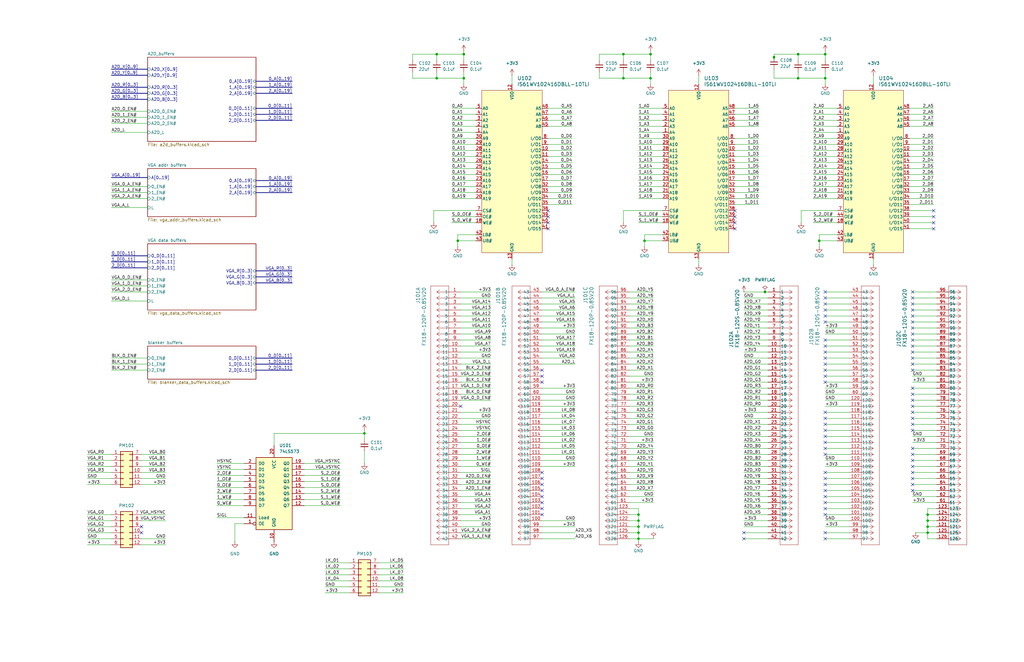
<source format=kicad_sch>
(kicad_sch (version 20231120) (generator "eeschema") (generator_version "8.0")
  (paper "USLedger")
  (lib_symbols
    (symbol "74xx:74LS573" (pin_names (offset 1.016))
      (property "Reference" "U" (at -7.62 16.51 0))
      (property "Value" "74LS573" (at -7.62 -16.51 0))
      (symbol "74LS573_1_0"
        (pin input inverted (at -12.7 -12.7 0) (length 5.08) (name "OE") (number "1"))
        (pin power_in line (at 0 -20.32 90) (length 5.08) (name "GND") (number "10"))
        (pin input line (at -12.7 -10.16 0) (length 5.08) (name "Load") (number "11"))
        (pin tri_state line (at 12.7 -5.08 180) (length 5.08) (name "Q7") (number "12"))
        (pin tri_state line (at 12.7 -2.54 180) (length 5.08) (name "Q6") (number "13"))
        (pin tri_state line (at 12.7 0 180) (length 5.08) (name "Q5") (number "14"))
        (pin tri_state line (at 12.7 2.54 180) (length 5.08) (name "Q4") (number "15"))
        (pin tri_state line (at 12.7 5.08 180) (length 5.08) (name "Q3") (number "16"))
        (pin tri_state line (at 12.7 7.62 180) (length 5.08) (name "Q2") (number "17"))
        (pin tri_state line (at 12.7 10.16 180) (length 5.08) (name "Q1") (number "18"))
        (pin tri_state line (at 12.7 12.7 180) (length 5.08) (name "Q0") (number "19"))
        (pin input line (at -12.7 12.7 0) (length 5.08) (name "D0") (number "2"))
        (pin power_in line (at 0 20.32 270) (length 5.08) (name "VCC") (number "20"))
        (pin input line (at -12.7 10.16 0) (length 5.08) (name "D1") (number "3"))
        (pin input line (at -12.7 7.62 0) (length 5.08) (name "D2") (number "4"))
        (pin input line (at -12.7 5.08 0) (length 5.08) (name "D3") (number "5"))
        (pin input line (at -12.7 2.54 0) (length 5.08) (name "D4") (number "6"))
        (pin input line (at -12.7 0 0) (length 5.08) (name "D5") (number "7"))
        (pin input line (at -12.7 -2.54 0) (length 5.08) (name "D6") (number "8"))
        (pin input line (at -12.7 -5.08 0) (length 5.08) (name "D7") (number "9"))
      )
    )
    (symbol "Connector_Generic:Conn_02x06_Top_Bottom" (pin_names (offset 1.016) hide)
      (property "Reference" "J" (at 1.27 7.62 0))
      (property "Value" "Conn_02x06_Top_Bottom" (at 1.27 -10.16 0))
      (symbol "Conn_02x06_Top_Bottom_1_1"
        (pin passive line (at -5.08 5.08 0) (length 3.81) (name "Pin_1") (number "1"))
        (pin passive line (at 7.62 -2.54 180) (length 3.81) (name "Pin_10") (number "10"))
        (pin passive line (at 7.62 -5.08 180) (length 3.81) (name "Pin_11") (number "11"))
        (pin passive line (at 7.62 -7.62 180) (length 3.81) (name "Pin_12") (number "12"))
        (pin passive line (at -5.08 2.54 0) (length 3.81) (name "Pin_2") (number "2"))
        (pin passive line (at -5.08 0 0) (length 3.81) (name "Pin_3") (number "3"))
        (pin passive line (at -5.08 -2.54 0) (length 3.81) (name "Pin_4") (number "4"))
        (pin passive line (at -5.08 -5.08 0) (length 3.81) (name "Pin_5") (number "5"))
        (pin passive line (at -5.08 -7.62 0) (length 3.81) (name "Pin_6") (number "6"))
        (pin passive line (at 7.62 5.08 180) (length 3.81) (name "Pin_7") (number "7"))
        (pin passive line (at 7.62 2.54 180) (length 3.81) (name "Pin_8") (number "8"))
        (pin passive line (at 7.62 0 180) (length 3.81) (name "Pin_9") (number "9"))
      )
    )
    (symbol "Device:C_Small" (pin_numbers hide) (pin_names (offset 0.254) hide)
      (property "Reference" "C" (at 0.254 1.778 0))
      (property "Value" "C_Small" (at 0.254 -2.032 0))
      (symbol "C_Small_1_1"
        (pin passive line (at 0 2.54 270) (length 2.032) (name "~") (number "1"))
        (pin passive line (at 0 -2.54 90) (length 2.032) (name "~") (number "2"))
      )
    )
    (symbol "FX18-120P-0-8SV20:FX18-120P-0.8SV20" (pin_names (offset 0.254))
      (property "Reference" "J" (at 8.89 6.35 0))
      (property "Value" "FX18-120P-0.8SV20" (at 0 0 0))
      (symbol "FX18-120P-0.8SV20_1_1"
        (pin passive line (at 0 0 0) (length 5.08) (name "1") (number "1"))
        (pin passive line (at 0 -22.86 0) (length 5.08) (name "10") (number "10"))
        (pin passive line (at 0 -25.4 0) (length 5.08) (name "11") (number "11"))
        (pin passive line (at 0 -27.94 0) (length 5.08) (name "12") (number "12"))
        (pin passive line (at 0 -30.48 0) (length 5.08) (name "13") (number "13"))
        (pin passive line (at 0 -33.02 0) (length 5.08) (name "14") (number "14"))
        (pin passive line (at 0 -35.56 0) (length 5.08) (name "15") (number "15"))
        (pin passive line (at 0 -38.1 0) (length 5.08) (name "16") (number "16"))
        (pin passive line (at 0 -40.64 0) (length 5.08) (name "17") (number "17"))
        (pin passive line (at 0 -43.18 0) (length 5.08) (name "18") (number "18"))
        (pin passive line (at 0 -45.72 0) (length 5.08) (name "19") (number "19"))
        (pin passive line (at 0 -2.54 0) (length 5.08) (name "2") (number "2"))
        (pin passive line (at 0 -48.26 0) (length 5.08) (name "20") (number "20"))
        (pin passive line (at 0 -50.8 0) (length 5.08) (name "21") (number "21"))
        (pin passive line (at 0 -53.34 0) (length 5.08) (name "22") (number "22"))
        (pin passive line (at 0 -55.88 0) (length 5.08) (name "23") (number "23"))
        (pin passive line (at 0 -58.42 0) (length 5.08) (name "24") (number "24"))
        (pin passive line (at 0 -60.96 0) (length 5.08) (name "25") (number "25"))
        (pin passive line (at 0 -63.5 0) (length 5.08) (name "26") (number "26"))
        (pin passive line (at 0 -66.04 0) (length 5.08) (name "27") (number "27"))
        (pin passive line (at 0 -68.58 0) (length 5.08) (name "28") (number "28"))
        (pin passive line (at 0 -71.12 0) (length 5.08) (name "29") (number "29"))
        (pin passive line (at 0 -5.08 0) (length 5.08) (name "3") (number "3"))
        (pin passive line (at 0 -73.66 0) (length 5.08) (name "30") (number "30"))
        (pin passive line (at 0 -76.2 0) (length 5.08) (name "31") (number "31"))
        (pin passive line (at 0 -78.74 0) (length 5.08) (name "32") (number "32"))
        (pin passive line (at 0 -81.28 0) (length 5.08) (name "33") (number "33"))
        (pin passive line (at 0 -83.82 0) (length 5.08) (name "34") (number "34"))
        (pin passive line (at 0 -86.36 0) (length 5.08) (name "35") (number "35"))
        (pin passive line (at 0 -88.9 0) (length 5.08) (name "36") (number "36"))
        (pin passive line (at 0 -91.44 0) (length 5.08) (name "37") (number "37"))
        (pin passive line (at 0 -93.98 0) (length 5.08) (name "38") (number "38"))
        (pin passive line (at 0 -96.52 0) (length 5.08) (name "39") (number "39"))
        (pin passive line (at 0 -7.62 0) (length 5.08) (name "4") (number "4"))
        (pin passive line (at 0 -99.06 0) (length 5.08) (name "40") (number "40"))
        (pin passive line (at 0 -101.6 0) (length 5.08) (name "41") (number "41"))
        (pin passive line (at 0 -104.14 0) (length 5.08) (name "42") (number "42"))
        (pin passive line (at 0 -10.16 0) (length 5.08) (name "5") (number "5"))
        (pin passive line (at 0 -12.7 0) (length 5.08) (name "6") (number "6"))
        (pin passive line (at 0 -15.24 0) (length 5.08) (name "7") (number "7"))
        (pin passive line (at 0 -17.78 0) (length 5.08) (name "8") (number "8"))
        (pin passive line (at 0 -20.32 0) (length 5.08) (name "9") (number "9"))
      )
      (symbol "FX18-120P-0.8SV20_2_1"
        (pin passive line (at 0 -96.52 0) (length 5.08) (name "100") (number "100"))
        (pin passive line (at 0 -93.98 0) (length 5.08) (name "101") (number "101"))
        (pin passive line (at 0 -91.44 0) (length 5.08) (name "102") (number "102"))
        (pin passive line (at 0 -88.9 0) (length 5.08) (name "103") (number "103"))
        (pin passive line (at 0 -86.36 0) (length 5.08) (name "104") (number "104"))
        (pin passive line (at 0 -83.82 0) (length 5.08) (name "105") (number "105"))
        (pin passive line (at 0 -81.28 0) (length 5.08) (name "106") (number "106"))
        (pin passive line (at 0 -78.74 0) (length 5.08) (name "107") (number "107"))
        (pin passive line (at 0 -76.2 0) (length 5.08) (name "108") (number "108"))
        (pin passive line (at 0 -73.66 0) (length 5.08) (name "109") (number "109"))
        (pin passive line (at 0 -71.12 0) (length 5.08) (name "110") (number "110"))
        (pin passive line (at 0 -68.58 0) (length 5.08) (name "111") (number "111"))
        (pin passive line (at 0 -66.04 0) (length 5.08) (name "112") (number "112"))
        (pin passive line (at 0 -63.5 0) (length 5.08) (name "113") (number "113"))
        (pin passive line (at 0 -60.96 0) (length 5.08) (name "114") (number "114"))
        (pin passive line (at 0 -58.42 0) (length 5.08) (name "115") (number "115"))
        (pin passive line (at 0 -55.88 0) (length 5.08) (name "116") (number "116"))
        (pin passive line (at 0 -53.34 0) (length 5.08) (name "117") (number "117"))
        (pin passive line (at 0 -50.8 0) (length 5.08) (name "118") (number "118"))
        (pin passive line (at 0 -48.26 0) (length 5.08) (name "119") (number "119"))
        (pin passive line (at 0 -45.72 0) (length 5.08) (name "120") (number "120"))
        (pin passive line (at 0 0 0) (length 5.08) (name "43") (number "43"))
        (pin passive line (at 0 -2.54 0) (length 5.08) (name "44") (number "44"))
        (pin passive line (at 0 -5.08 0) (length 5.08) (name "45") (number "45"))
        (pin passive line (at 0 -7.62 0) (length 5.08) (name "46") (number "46"))
        (pin passive line (at 0 -10.16 0) (length 5.08) (name "47") (number "47"))
        (pin passive line (at 0 -12.7 0) (length 5.08) (name "48") (number "48"))
        (pin passive line (at 0 -15.24 0) (length 5.08) (name "49") (number "49"))
        (pin passive line (at 0 -17.78 0) (length 5.08) (name "50") (number "50"))
        (pin passive line (at 0 -20.32 0) (length 5.08) (name "51") (number "51"))
        (pin passive line (at 0 -22.86 0) (length 5.08) (name "52") (number "52"))
        (pin passive line (at 0 -25.4 0) (length 5.08) (name "53") (number "53"))
        (pin passive line (at 0 -27.94 0) (length 5.08) (name "54") (number "54"))
        (pin passive line (at 0 -30.48 0) (length 5.08) (name "55") (number "55"))
        (pin passive line (at 0 -33.02 0) (length 5.08) (name "56") (number "56"))
        (pin passive line (at 0 -35.56 0) (length 5.08) (name "57") (number "57"))
        (pin passive line (at 0 -38.1 0) (length 5.08) (name "58") (number "58"))
        (pin passive line (at 0 -40.64 0) (length 5.08) (name "59") (number "59"))
        (pin passive line (at 0 -43.18 0) (length 5.08) (name "60") (number "60"))
        (pin passive line (at 0 -104.14 0) (length 5.08) (name "97") (number "97"))
        (pin passive line (at 0 -101.6 0) (length 5.08) (name "98") (number "98"))
        (pin passive line (at 0 -99.06 0) (length 5.08) (name "99") (number "99"))
      )
      (symbol "FX18-120P-0.8SV20_3_1"
        (pin passive line (at 0 -99.06 0) (length 5.08) (name "121") (number "121"))
        (pin passive line (at 0 -96.52 0) (length 5.08) (name "122") (number "122"))
        (pin passive line (at 0 -91.44 0) (length 5.08) (name "123") (number "123"))
        (pin passive line (at 0 -93.98 0) (length 5.08) (name "124") (number "124"))
        (pin passive line (at 0 -101.6 0) (length 5.08) (name "125") (number "125"))
        (pin passive line (at 0 -104.14 0) (length 5.08) (name "126") (number "126"))
        (pin passive line (at 0 -88.9 0) (length 5.08) (name "61") (number "61"))
        (pin passive line (at 0 -86.36 0) (length 5.08) (name "62") (number "62"))
        (pin passive line (at 0 -83.82 0) (length 5.08) (name "63") (number "63"))
        (pin passive line (at 0 -81.28 0) (length 5.08) (name "64") (number "64"))
        (pin passive line (at 0 -78.74 0) (length 5.08) (name "65") (number "65"))
        (pin passive line (at 0 -76.2 0) (length 5.08) (name "66") (number "66"))
        (pin passive line (at 0 -73.66 0) (length 5.08) (name "67") (number "67"))
        (pin passive line (at 0 -71.12 0) (length 5.08) (name "68") (number "68"))
        (pin passive line (at 0 -68.58 0) (length 5.08) (name "69") (number "69"))
        (pin passive line (at 0 -66.04 0) (length 5.08) (name "70") (number "70"))
        (pin passive line (at 0 -63.5 0) (length 5.08) (name "71") (number "71"))
        (pin passive line (at 0 -60.96 0) (length 5.08) (name "72") (number "72"))
        (pin passive line (at 0 -58.42 0) (length 5.08) (name "73") (number "73"))
        (pin passive line (at 0 -55.88 0) (length 5.08) (name "74") (number "74"))
        (pin passive line (at 0 -53.34 0) (length 5.08) (name "75") (number "75"))
        (pin passive line (at 0 -50.8 0) (length 5.08) (name "76") (number "76"))
        (pin passive line (at 0 -48.26 0) (length 5.08) (name "77") (number "77"))
        (pin passive line (at 0 -45.72 0) (length 5.08) (name "78") (number "78"))
        (pin passive line (at 0 -43.18 0) (length 5.08) (name "79") (number "79"))
        (pin passive line (at 0 -40.64 0) (length 5.08) (name "80") (number "80"))
        (pin passive line (at 0 -38.1 0) (length 5.08) (name "81") (number "81"))
        (pin passive line (at 0 -35.56 0) (length 5.08) (name "82") (number "82"))
        (pin passive line (at 0 -33.02 0) (length 5.08) (name "83") (number "83"))
        (pin passive line (at 0 -30.48 0) (length 5.08) (name "84") (number "84"))
        (pin passive line (at 0 -27.94 0) (length 5.08) (name "85") (number "85"))
        (pin passive line (at 0 -25.4 0) (length 5.08) (name "86") (number "86"))
        (pin passive line (at 0 -22.86 0) (length 5.08) (name "87") (number "87"))
        (pin passive line (at 0 -20.32 0) (length 5.08) (name "88") (number "88"))
        (pin passive line (at 0 -17.78 0) (length 5.08) (name "89") (number "89"))
        (pin passive line (at 0 -15.24 0) (length 5.08) (name "90") (number "90"))
        (pin passive line (at 0 -12.7 0) (length 5.08) (name "91") (number "91"))
        (pin passive line (at 0 -10.16 0) (length 5.08) (name "92") (number "92"))
        (pin passive line (at 0 -7.62 0) (length 5.08) (name "93") (number "93"))
        (pin passive line (at 0 -5.08 0) (length 5.08) (name "94") (number "94"))
        (pin passive line (at 0 -2.54 0) (length 5.08) (name "95") (number "95"))
        (pin passive line (at 0 0 0) (length 5.08) (name "96") (number "96"))
      )
    )
    (symbol "FX18-120S-0-8SV20:FX18-120S-0.8SV20" (pin_names (offset 0.254))
      (property "Reference" "J" (at 8.89 6.35 0))
      (property "Value" "FX18-120S-0.8SV20" (at 0 0 0))
      (symbol "FX18-120S-0.8SV20_1_1"
        (pin passive line (at 0 0 0) (length 5.08) (name "1") (number "1"))
        (pin passive line (at 0 -22.86 0) (length 5.08) (name "10") (number "10"))
        (pin passive line (at 0 -25.4 0) (length 5.08) (name "11") (number "11"))
        (pin passive line (at 0 -27.94 0) (length 5.08) (name "12") (number "12"))
        (pin passive line (at 0 -30.48 0) (length 5.08) (name "13") (number "13"))
        (pin passive line (at 0 -33.02 0) (length 5.08) (name "14") (number "14"))
        (pin passive line (at 0 -35.56 0) (length 5.08) (name "15") (number "15"))
        (pin passive line (at 0 -38.1 0) (length 5.08) (name "16") (number "16"))
        (pin passive line (at 0 -40.64 0) (length 5.08) (name "17") (number "17"))
        (pin passive line (at 0 -43.18 0) (length 5.08) (name "18") (number "18"))
        (pin passive line (at 0 -45.72 0) (length 5.08) (name "19") (number "19"))
        (pin passive line (at 0 -2.54 0) (length 5.08) (name "2") (number "2"))
        (pin passive line (at 0 -48.26 0) (length 5.08) (name "20") (number "20"))
        (pin passive line (at 0 -50.8 0) (length 5.08) (name "21") (number "21"))
        (pin passive line (at 0 -53.34 0) (length 5.08) (name "22") (number "22"))
        (pin passive line (at 0 -55.88 0) (length 5.08) (name "23") (number "23"))
        (pin passive line (at 0 -58.42 0) (length 5.08) (name "24") (number "24"))
        (pin passive line (at 0 -60.96 0) (length 5.08) (name "25") (number "25"))
        (pin passive line (at 0 -63.5 0) (length 5.08) (name "26") (number "26"))
        (pin passive line (at 0 -66.04 0) (length 5.08) (name "27") (number "27"))
        (pin passive line (at 0 -68.58 0) (length 5.08) (name "28") (number "28"))
        (pin passive line (at 0 -71.12 0) (length 5.08) (name "29") (number "29"))
        (pin passive line (at 0 -5.08 0) (length 5.08) (name "3") (number "3"))
        (pin passive line (at 0 -73.66 0) (length 5.08) (name "30") (number "30"))
        (pin passive line (at 0 -76.2 0) (length 5.08) (name "31") (number "31"))
        (pin passive line (at 0 -78.74 0) (length 5.08) (name "32") (number "32"))
        (pin passive line (at 0 -81.28 0) (length 5.08) (name "33") (number "33"))
        (pin passive line (at 0 -83.82 0) (length 5.08) (name "34") (number "34"))
        (pin passive line (at 0 -86.36 0) (length 5.08) (name "35") (number "35"))
        (pin passive line (at 0 -88.9 0) (length 5.08) (name "36") (number "36"))
        (pin passive line (at 0 -91.44 0) (length 5.08) (name "37") (number "37"))
        (pin passive line (at 0 -93.98 0) (length 5.08) (name "38") (number "38"))
        (pin passive line (at 0 -96.52 0) (length 5.08) (name "39") (number "39"))
        (pin passive line (at 0 -7.62 0) (length 5.08) (name "4") (number "4"))
        (pin passive line (at 0 -99.06 0) (length 5.08) (name "40") (number "40"))
        (pin passive line (at 0 -101.6 0) (length 5.08) (name "41") (number "41"))
        (pin passive line (at 0 -104.14 0) (length 5.08) (name "42") (number "42"))
        (pin passive line (at 0 -10.16 0) (length 5.08) (name "5") (number "5"))
        (pin passive line (at 0 -12.7 0) (length 5.08) (name "6") (number "6"))
        (pin passive line (at 0 -15.24 0) (length 5.08) (name "7") (number "7"))
        (pin passive line (at 0 -17.78 0) (length 5.08) (name "8") (number "8"))
        (pin passive line (at 0 -20.32 0) (length 5.08) (name "9") (number "9"))
      )
      (symbol "FX18-120S-0.8SV20_2_1"
        (pin passive line (at 0 -96.52 0) (length 5.08) (name "100") (number "100"))
        (pin passive line (at 0 -93.98 0) (length 5.08) (name "101") (number "101"))
        (pin passive line (at 0 -91.44 0) (length 5.08) (name "102") (number "102"))
        (pin passive line (at 0 -88.9 0) (length 5.08) (name "103") (number "103"))
        (pin passive line (at 0 -86.36 0) (length 5.08) (name "104") (number "104"))
        (pin passive line (at 0 -83.82 0) (length 5.08) (name "105") (number "105"))
        (pin passive line (at 0 -81.28 0) (length 5.08) (name "106") (number "106"))
        (pin passive line (at 0 -78.74 0) (length 5.08) (name "107") (number "107"))
        (pin passive line (at 0 -76.2 0) (length 5.08) (name "108") (number "108"))
        (pin passive line (at 0 -73.66 0) (length 5.08) (name "109") (number "109"))
        (pin passive line (at 0 -71.12 0) (length 5.08) (name "110") (number "110"))
        (pin passive line (at 0 -68.58 0) (length 5.08) (name "111") (number "111"))
        (pin passive line (at 0 -66.04 0) (length 5.08) (name "112") (number "112"))
        (pin passive line (at 0 -63.5 0) (length 5.08) (name "113") (number "113"))
        (pin passive line (at 0 -60.96 0) (length 5.08) (name "114") (number "114"))
        (pin passive line (at 0 -58.42 0) (length 5.08) (name "115") (number "115"))
        (pin passive line (at 0 -55.88 0) (length 5.08) (name "116") (number "116"))
        (pin passive line (at 0 -53.34 0) (length 5.08) (name "117") (number "117"))
        (pin passive line (at 0 -50.8 0) (length 5.08) (name "118") (number "118"))
        (pin passive line (at 0 -48.26 0) (length 5.08) (name "119") (number "119"))
        (pin passive line (at 0 -45.72 0) (length 5.08) (name "120") (number "120"))
        (pin passive line (at 0 0 0) (length 5.08) (name "43") (number "43"))
        (pin passive line (at 0 -2.54 0) (length 5.08) (name "44") (number "44"))
        (pin passive line (at 0 -5.08 0) (length 5.08) (name "45") (number "45"))
        (pin passive line (at 0 -7.62 0) (length 5.08) (name "46") (number "46"))
        (pin passive line (at 0 -10.16 0) (length 5.08) (name "47") (number "47"))
        (pin passive line (at 0 -12.7 0) (length 5.08) (name "48") (number "48"))
        (pin passive line (at 0 -15.24 0) (length 5.08) (name "49") (number "49"))
        (pin passive line (at 0 -17.78 0) (length 5.08) (name "50") (number "50"))
        (pin passive line (at 0 -20.32 0) (length 5.08) (name "51") (number "51"))
        (pin passive line (at 0 -22.86 0) (length 5.08) (name "52") (number "52"))
        (pin passive line (at 0 -25.4 0) (length 5.08) (name "53") (number "53"))
        (pin passive line (at 0 -27.94 0) (length 5.08) (name "54") (number "54"))
        (pin passive line (at 0 -30.48 0) (length 5.08) (name "55") (number "55"))
        (pin passive line (at 0 -33.02 0) (length 5.08) (name "56") (number "56"))
        (pin passive line (at 0 -35.56 0) (length 5.08) (name "57") (number "57"))
        (pin passive line (at 0 -38.1 0) (length 5.08) (name "58") (number "58"))
        (pin passive line (at 0 -40.64 0) (length 5.08) (name "59") (number "59"))
        (pin passive line (at 0 -43.18 0) (length 5.08) (name "60") (number "60"))
        (pin passive line (at 0 -104.14 0) (length 5.08) (name "97") (number "97"))
        (pin passive line (at 0 -101.6 0) (length 5.08) (name "98") (number "98"))
        (pin passive line (at 0 -99.06 0) (length 5.08) (name "99") (number "99"))
      )
      (symbol "FX18-120S-0.8SV20_3_1"
        (pin passive line (at 0 -99.06 0) (length 5.08) (name "121") (number "121"))
        (pin passive line (at 0 -96.52 0) (length 5.08) (name "122") (number "122"))
        (pin passive line (at 0 -91.44 0) (length 5.08) (name "123") (number "123"))
        (pin passive line (at 0 -93.98 0) (length 5.08) (name "124") (number "124"))
        (pin passive line (at 0 -101.6 0) (length 5.08) (name "125") (number "125"))
        (pin passive line (at 0 -104.14 0) (length 5.08) (name "126") (number "126"))
        (pin passive line (at 0 -88.9 0) (length 5.08) (name "61") (number "61"))
        (pin passive line (at 0 -86.36 0) (length 5.08) (name "62") (number "62"))
        (pin passive line (at 0 -83.82 0) (length 5.08) (name "63") (number "63"))
        (pin passive line (at 0 -81.28 0) (length 5.08) (name "64") (number "64"))
        (pin passive line (at 0 -78.74 0) (length 5.08) (name "65") (number "65"))
        (pin passive line (at 0 -76.2 0) (length 5.08) (name "66") (number "66"))
        (pin passive line (at 0 -73.66 0) (length 5.08) (name "67") (number "67"))
        (pin passive line (at 0 -71.12 0) (length 5.08) (name "68") (number "68"))
        (pin passive line (at 0 -68.58 0) (length 5.08) (name "69") (number "69"))
        (pin passive line (at 0 -66.04 0) (length 5.08) (name "70") (number "70"))
        (pin passive line (at 0 -63.5 0) (length 5.08) (name "71") (number "71"))
        (pin passive line (at 0 -60.96 0) (length 5.08) (name "72") (number "72"))
        (pin passive line (at 0 -58.42 0) (length 5.08) (name "73") (number "73"))
        (pin passive line (at 0 -55.88 0) (length 5.08) (name "74") (number "74"))
        (pin passive line (at 0 -53.34 0) (length 5.08) (name "75") (number "75"))
        (pin passive line (at 0 -50.8 0) (length 5.08) (name "76") (number "76"))
        (pin passive line (at 0 -48.26 0) (length 5.08) (name "77") (number "77"))
        (pin passive line (at 0 -45.72 0) (length 5.08) (name "78") (number "78"))
        (pin passive line (at 0 -43.18 0) (length 5.08) (name "79") (number "79"))
        (pin passive line (at 0 -40.64 0) (length 5.08) (name "80") (number "80"))
        (pin passive line (at 0 -38.1 0) (length 5.08) (name "81") (number "81"))
        (pin passive line (at 0 -35.56 0) (length 5.08) (name "82") (number "82"))
        (pin passive line (at 0 -33.02 0) (length 5.08) (name "83") (number "83"))
        (pin passive line (at 0 -30.48 0) (length 5.08) (name "84") (number "84"))
        (pin passive line (at 0 -27.94 0) (length 5.08) (name "85") (number "85"))
        (pin passive line (at 0 -25.4 0) (length 5.08) (name "86") (number "86"))
        (pin passive line (at 0 -22.86 0) (length 5.08) (name "87") (number "87"))
        (pin passive line (at 0 -20.32 0) (length 5.08) (name "88") (number "88"))
        (pin passive line (at 0 -17.78 0) (length 5.08) (name "89") (number "89"))
        (pin passive line (at 0 -15.24 0) (length 5.08) (name "90") (number "90"))
        (pin passive line (at 0 -12.7 0) (length 5.08) (name "91") (number "91"))
        (pin passive line (at 0 -10.16 0) (length 5.08) (name "92") (number "92"))
        (pin passive line (at 0 -7.62 0) (length 5.08) (name "93") (number "93"))
        (pin passive line (at 0 -5.08 0) (length 5.08) (name "94") (number "94"))
        (pin passive line (at 0 -2.54 0) (length 5.08) (name "95") (number "95"))
        (pin passive line (at 0 0 0) (length 5.08) (name "96") (number "96"))
      )
    )
    (symbol "IS61WV102416DBLL-10TLI:IS61WV102416DBLL-10TLI" (pin_names (offset 0.254))
      (property "Reference" "U" (at 22.098 13.208 0))
      (property "Value" "IS61WV102416DBLL-10TLI" (at 22.098 10.668 0))
      (symbol "IS61WV102416DBLL-10TLI_1_1"
        (pin input line (at 5.08 -10.16 0) (length 2.54) (name "A4") (number "1"))
        (pin bidirectional line (at 35.56 -17.78 180) (length 2.54) (name "I/O2") (number "10"))
        (pin bidirectional line (at 35.56 -20.32 180) (length 2.54) (name "I/O3") (number "11"))
        (pin power_in line (at 20.32 10.16 270) (length 2.54) (name "VDD") (number "12"))
        (pin power_in line (at 20.32 -63.5 90) (length 2.54) (name "GND") (number "13"))
        (pin bidirectional line (at 35.56 -22.86 180) (length 2.54) (name "I/O4") (number "14"))
        (pin bidirectional line (at 35.56 -25.4 180) (length 2.54) (name "I/O5") (number "15"))
        (pin bidirectional line (at 35.56 -27.94 180) (length 2.54) (name "I/O6") (number "16"))
        (pin bidirectional line (at 35.56 -30.48 180) (length 2.54) (name "I/O7") (number "17"))
        (pin input line (at 5.08 -48.26 0) (length 2.54) (name "WE#") (number "18"))
        (pin no_connect line (at 35.56 -57.15 180) (length 2.54) hide (name "NC") (number "19"))
        (pin input line (at 5.08 -7.62 0) (length 2.54) (name "A3") (number "2"))
        (pin input line (at 5.08 -38.1 0) (length 2.54) (name "A19") (number "20"))
        (pin input line (at 5.08 -35.56 0) (length 2.54) (name "A18") (number "21"))
        (pin input line (at 5.08 -33.02 0) (length 2.54) (name "A17") (number "22"))
        (pin input line (at 5.08 -30.48 0) (length 2.54) (name "A16") (number "23"))
        (pin input line (at 5.08 -27.94 0) (length 2.54) (name "A15") (number "24"))
        (pin input line (at 5.08 -25.4 0) (length 2.54) (name "A14") (number "25"))
        (pin input line (at 5.08 -22.86 0) (length 2.54) (name "A13") (number "26"))
        (pin input line (at 5.08 -20.32 0) (length 2.54) (name "A12") (number "27"))
        (pin input line (at 5.08 -17.78 0) (length 2.54) (name "A11") (number "28"))
        (pin input line (at 5.08 -15.24 0) (length 2.54) (name "A10") (number "29"))
        (pin input line (at 5.08 -5.08 0) (length 2.54) (name "A2") (number "3"))
        (pin input line (at 5.08 -12.7 0) (length 2.54) (name "A9") (number "30"))
        (pin no_connect line (at 35.56 -54.61 180) (length 2.54) hide (name "NC") (number "31"))
        (pin bidirectional line (at 35.56 -33.02 180) (length 2.54) (name "I/O8") (number "32"))
        (pin bidirectional line (at 35.56 -35.56 180) (length 2.54) (name "I/O9") (number "33"))
        (pin bidirectional line (at 35.56 -38.1 180) (length 2.54) (name "I/O10") (number "34"))
        (pin bidirectional line (at 35.56 -40.64 180) (length 2.54) (name "I/O11") (number "35"))
        (pin passive line (at 20.32 10.16 270) (length 2.54) hide (name "VDD") (number "36"))
        (pin power_in line (at 20.32 -63.5 90) (length 2.54) hide (name "GND") (number "37"))
        (pin bidirectional line (at 35.56 -43.18 180) (length 2.54) (name "I/O12") (number "38"))
        (pin bidirectional line (at 35.56 -45.72 180) (length 2.54) (name "I/O13") (number "39"))
        (pin input line (at 5.08 -2.54 0) (length 2.54) (name "A1") (number "4"))
        (pin bidirectional line (at 35.56 -48.26 180) (length 2.54) (name "I/O14") (number "40"))
        (pin bidirectional line (at 35.56 -50.8 180) (length 2.54) (name "I/O15") (number "41"))
        (pin passive line (at 5.08 -53.34 0) (length 2.54) (name "LB#") (number "42"))
        (pin passive line (at 5.08 -55.88 0) (length 2.54) (name "UB#") (number "43"))
        (pin input line (at 5.08 -45.72 0) (length 2.54) (name "OE#") (number "44"))
        (pin bidirectional line (at 35.56 -7.62 180) (length 2.54) (name "A8") (number "45"))
        (pin bidirectional line (at 35.56 -5.08 180) (length 2.54) (name "A7") (number "46"))
        (pin bidirectional line (at 35.56 -2.54 180) (length 2.54) (name "A6") (number "47"))
        (pin bidirectional line (at 35.56 0 180) (length 2.54) (name "A5") (number "48"))
        (pin input line (at 5.08 0 0) (length 2.54) (name "A0") (number "5"))
        (pin no_connect line (at 35.56 -59.69 180) (length 2.54) hide (name "NC") (number "6"))
        (pin input line (at 5.08 -43.18 0) (length 2.54) (name "CS#") (number "7"))
        (pin bidirectional line (at 35.56 -12.7 180) (length 2.54) (name "I/O0") (number "8"))
        (pin bidirectional line (at 35.56 -15.24 180) (length 2.54) (name "I/O1") (number "9"))
      )
    )
    (symbol "power:+3V3" (power) (pin_numbers hide) (pin_names (offset 0) hide)
      (property "Value" "+3V3" (at 0 3.556 0))
      (symbol "+3V3_1_1"
        (pin power_in line (at 0 0 90) (length 0) (name "~") (number "1"))
      )
    )
    (symbol "power:GND" (power) (pin_numbers hide) (pin_names (offset 0) hide)
      (property "Value" "GND" (at 0 -3.81 0))
      (symbol "GND_1_1"
        (pin power_in line (at 0 0 270) (length 0) (name "~") (number "1"))
      )
    )
    (symbol "power:PWR_FLAG" (power) (pin_numbers hide) (pin_names (offset 0) hide)
      (property "Value" "PWR_FLAG" (at 0 3.81 0))
      (symbol "PWR_FLAG_0_0"
        (pin power_out line (at 0 0 90) (length 0) (name "~") (number "1"))
      )
    )
  )
  (junction (at 184.15 33.02))
  (junction (at 269.24 224.79))
  (junction (at 269.24 227.33))
  (junction (at 193.04 101.6))
  (junction (at 269.24 222.25))
  (junction (at 345.44 101.6))
  (junction (at 153.67 182.88))
  (junction (at 269.24 219.71))
  (junction (at 347.98 22.86))
  (junction (at 336.55 22.86))
  (junction (at 391.16 217.17))
  (junction (at 269.24 217.17))
  (junction (at 262.89 22.86))
  (junction (at 274.32 33.02))
  (junction (at 336.55 33.02))
  (junction (at 271.78 101.6))
  (junction (at 391.16 222.25))
  (junction (at 195.58 22.86))
  (junction (at 391.16 219.71))
  (junction (at 184.15 22.86))
  (junction (at 262.89 33.02))
  (junction (at 391.16 224.79))
  (junction (at 326.39 24.13))
  (junction (at 274.32 22.86))
  (junction (at 195.58 33.02))
  (junction (at 347.98 33.02))
  (junction (at 322.58 123.19))
  (no_connect (at 384.81 176.53))
  (no_connect (at 313.69 224.79))
  (no_connect (at 384.81 168.91))
  (no_connect (at 384.81 125.73))
  (no_connect (at 384.81 148.59))
  (no_connect (at 384.81 194.31))
  (no_connect (at 347.98 209.55))
  (no_connect (at 347.98 179.07))
  (no_connect (at 347.98 161.29))
  (no_connect (at 384.81 201.93))
  (no_connect (at 309.88 88.9))
  (no_connect (at 347.98 148.59))
  (no_connect (at 384.81 166.37))
  (no_connect (at 347.98 176.53))
  (no_connect (at 59.69 224.79))
  (no_connect (at 347.98 130.81))
  (no_connect (at 228.6 158.75))
  (no_connect (at 384.81 143.51))
  (no_connect (at 309.88 96.52))
  (no_connect (at 347.98 173.99))
  (no_connect (at 384.81 135.89))
  (no_connect (at 228.6 212.09))
  (no_connect (at 347.98 227.33))
  (no_connect (at 347.98 191.77))
  (no_connect (at 347.98 143.51))
  (no_connect (at 309.88 91.44))
  (no_connect (at 384.81 204.47))
  (no_connect (at 228.6 161.29))
  (no_connect (at 59.69 222.25))
  (no_connect (at 347.98 181.61))
  (no_connect (at 347.98 123.19))
  (no_connect (at 347.98 151.13))
  (no_connect (at 313.69 227.33))
  (no_connect (at 231.14 88.9))
  (no_connect (at 384.81 189.23))
  (no_connect (at 384.81 146.05))
  (no_connect (at 347.98 204.47))
  (no_connect (at 384.81 163.83))
  (no_connect (at 384.81 156.21))
  (no_connect (at 393.7 88.9))
  (no_connect (at 384.81 207.01))
  (no_connect (at 393.7 93.98))
  (no_connect (at 228.6 207.01))
  (no_connect (at 347.98 133.35))
  (no_connect (at 384.81 130.81))
  (no_connect (at 231.14 96.52))
  (no_connect (at 393.7 96.52))
  (no_connect (at 384.81 196.85))
  (no_connect (at 384.81 128.27))
  (no_connect (at 384.81 173.99))
  (no_connect (at 347.98 199.39))
  (no_connect (at 384.81 140.97))
  (no_connect (at 347.98 125.73))
  (no_connect (at 347.98 135.89))
  (no_connect (at 347.98 128.27))
  (no_connect (at 347.98 158.75))
  (no_connect (at 384.81 138.43))
  (no_connect (at 347.98 207.01))
  (no_connect (at 384.81 133.35))
  (no_connect (at 384.81 153.67))
  (no_connect (at 347.98 156.21))
  (no_connect (at 384.81 123.19))
  (no_connect (at 347.98 214.63))
  (no_connect (at 231.14 91.44))
  (no_connect (at 393.7 91.44))
  (no_connect (at 347.98 184.15))
  (no_connect (at 347.98 224.79))
  (no_connect (at 384.81 181.61))
  (no_connect (at 384.81 179.07))
  (no_connect (at 228.6 156.21))
  (no_connect (at 384.81 171.45))
  (no_connect (at 384.81 199.39))
  (no_connect (at 309.88 93.98))
  (no_connect (at 347.98 186.69))
  (no_connect (at 194.31 171.45))
  (no_connect (at 228.6 199.39))
  (no_connect (at 228.6 204.47))
  (no_connect (at 231.14 93.98))
  (no_connect (at 347.98 189.23))
  (no_connect (at 228.6 217.17))
  (no_connect (at 347.98 217.17))
  (no_connect (at 347.98 153.67))
  (no_connect (at 228.6 201.93))
  (no_connect (at 228.6 214.63))
  (no_connect (at 228.6 209.55))
  (no_connect (at 347.98 201.93))
  (no_connect (at 384.81 191.77))
  (no_connect (at 347.98 212.09))
  (no_connect (at 384.81 151.13))
  (no_connect (at 347.98 146.05))
  (wire (pts (xy 313.69 181.61) (xy 323.85 181.61)))
  (wire (pts (xy 128.27 205.74) (xy 143.51 205.74)))
  (wire (pts (xy 59.69 227.33) (xy 69.85 227.33)))
  (wire (pts (xy 347.98 186.69) (xy 358.14 186.69)))
  (wire (pts (xy 128.27 203.2) (xy 143.51 203.2)))
  (wire (pts (xy 91.44 205.74) (xy 102.87 205.74)))
  (wire (pts (xy 336.55 30.48) (xy 336.55 33.02)))
  (wire (pts (xy 384.81 201.93) (xy 394.97 201.93)))
  (wire (pts (xy 326.39 22.86) (xy 336.55 22.86)))
  (wire (pts (xy 313.69 194.31) (xy 323.85 194.31)))
  (wire (pts (xy 313.69 217.17) (xy 323.85 217.17)))
  (bus (pts (xy 107.95 36.83) (xy 123.19 36.83)))
  (wire (pts (xy 347.98 191.77) (xy 358.14 191.77)))
  (wire (pts (xy 242.57 184.15) (xy 228.6 184.15)))
  (wire (pts (xy 384.81 209.55) (xy 394.97 209.55)))
  (wire (pts (xy 383.54 91.44) (xy 393.7 91.44)))
  (wire (pts (xy 384.81 179.07) (xy 394.97 179.07)))
  (wire (pts (xy 128.27 210.82) (xy 143.51 210.82)))
  (wire (pts (xy 347.98 166.37) (xy 358.14 166.37)))
  (wire (pts (xy 313.69 130.81) (xy 323.85 130.81)))
  (wire (pts (xy 128.27 213.36) (xy 143.51 213.36)))
  (wire (pts (xy 91.44 210.82) (xy 102.87 210.82)))
  (wire (pts (xy 275.59 135.89) (xy 265.43 135.89)))
  (wire (pts (xy 194.31 222.25) (xy 207.01 222.25)))
  (wire (pts (xy 271.78 99.06) (xy 279.4 99.06)))
  (bus (pts (xy 107.95 151.13) (xy 123.19 151.13)))
  (wire (pts (xy 195.58 21.59) (xy 195.58 22.86)))
  (wire (pts (xy 384.81 186.69) (xy 394.97 186.69)))
  (bus (pts (xy 62.23 74.93) (xy 46.99 74.93)))
  (wire (pts (xy 137.16 240.03) (xy 147.32 240.03)))
  (wire (pts (xy 231.14 83.82) (xy 241.3 83.82)))
  (wire (pts (xy 384.81 212.09) (xy 394.97 212.09)))
  (wire (pts (xy 46.99 191.77) (xy 36.83 191.77)))
  (wire (pts (xy 194.31 173.99) (xy 207.01 173.99)))
  (wire (pts (xy 309.88 71.12) (xy 320.04 71.12)))
  (wire (pts (xy 190.5 73.66) (xy 200.66 73.66)))
  (wire (pts (xy 228.6 143.51) (xy 242.57 143.51)))
  (wire (pts (xy 269.24 83.82) (xy 279.4 83.82)))
  (wire (pts (xy 274.32 21.59) (xy 274.32 22.86)))
  (bus (pts (xy 107.95 76.2) (xy 123.19 76.2)))
  (wire (pts (xy 337.82 88.9) (xy 337.82 93.98)))
  (wire (pts (xy 309.88 76.2) (xy 320.04 76.2)))
  (wire (pts (xy 59.69 194.31) (xy 69.85 194.31)))
  (wire (pts (xy 313.69 222.25) (xy 323.85 222.25)))
  (wire (pts (xy 309.88 53.34) (xy 320.04 53.34)))
  (wire (pts (xy 194.31 133.35) (xy 207.01 133.35)))
  (wire (pts (xy 190.5 50.8) (xy 200.66 50.8)))
  (wire (pts (xy 347.98 135.89) (xy 358.14 135.89)))
  (wire (pts (xy 275.59 186.69) (xy 265.43 186.69)))
  (wire (pts (xy 269.24 217.17) (xy 265.43 217.17)))
  (wire (pts (xy 194.31 181.61) (xy 207.01 181.61)))
  (wire (pts (xy 46.99 153.67) (xy 62.23 153.67)))
  (wire (pts (xy 326.39 29.21) (xy 326.39 33.02)))
  (wire (pts (xy 242.57 191.77) (xy 228.6 191.77)))
  (wire (pts (xy 313.69 179.07) (xy 323.85 179.07)))
  (wire (pts (xy 228.6 133.35) (xy 242.57 133.35)))
  (wire (pts (xy 347.98 161.29) (xy 358.14 161.29)))
  (wire (pts (xy 215.9 31.75) (xy 215.9 35.56)))
  (wire (pts (xy 194.31 128.27) (xy 207.01 128.27)))
  (wire (pts (xy 342.9 63.5) (xy 353.06 63.5)))
  (wire (pts (xy 228.6 171.45) (xy 242.57 171.45)))
  (wire (pts (xy 269.24 63.5) (xy 279.4 63.5)))
  (wire (pts (xy 228.6 222.25) (xy 242.57 222.25)))
  (wire (pts (xy 383.54 93.98) (xy 393.7 93.98)))
  (wire (pts (xy 347.98 184.15) (xy 358.14 184.15)))
  (wire (pts (xy 269.24 224.79) (xy 265.43 224.79)))
  (bus (pts (xy 107.95 50.8) (xy 123.19 50.8)))
  (wire (pts (xy 231.14 58.42) (xy 241.3 58.42)))
  (wire (pts (xy 342.9 93.98) (xy 353.06 93.98)))
  (wire (pts (xy 115.57 182.88) (xy 153.67 182.88)))
  (wire (pts (xy 231.14 48.26) (xy 241.3 48.26)))
  (wire (pts (xy 384.81 207.01) (xy 394.97 207.01)))
  (wire (pts (xy 46.99 123.19) (xy 62.23 123.19)))
  (wire (pts (xy 347.98 176.53) (xy 358.14 176.53)))
  (wire (pts (xy 269.24 81.28) (xy 279.4 81.28)))
  (wire (pts (xy 190.5 83.82) (xy 200.66 83.82)))
  (wire (pts (xy 383.54 78.74) (xy 393.7 78.74)))
  (wire (pts (xy 262.89 33.02) (xy 274.32 33.02)))
  (wire (pts (xy 384.81 151.13) (xy 394.97 151.13)))
  (wire (pts (xy 313.69 227.33) (xy 323.85 227.33)))
  (wire (pts (xy 313.69 125.73) (xy 323.85 125.73)))
  (wire (pts (xy 269.24 73.66) (xy 279.4 73.66)))
  (wire (pts (xy 368.3 31.75) (xy 368.3 35.56)))
  (wire (pts (xy 228.6 166.37) (xy 242.57 166.37)))
  (wire (pts (xy 184.15 30.48) (xy 184.15 33.02)))
  (wire (pts (xy 173.99 22.86) (xy 184.15 22.86)))
  (wire (pts (xy 231.14 81.28) (xy 241.3 81.28)))
  (wire (pts (xy 231.14 53.34) (xy 241.3 53.34)))
  (wire (pts (xy 347.98 30.48) (xy 347.98 33.02)))
  (wire (pts (xy 342.9 66.04) (xy 353.06 66.04)))
  (bus (pts (xy 46.99 107.95) (xy 62.23 107.95)))
  (wire (pts (xy 36.83 222.25) (xy 46.99 222.25)))
  (bus (pts (xy 46.99 36.83) (xy 62.23 36.83)))
  (wire (pts (xy 194.31 168.91) (xy 207.01 168.91)))
  (wire (pts (xy 36.83 229.87) (xy 46.99 229.87)))
  (wire (pts (xy 309.88 81.28) (xy 320.04 81.28)))
  (wire (pts (xy 313.69 176.53) (xy 323.85 176.53)))
  (wire (pts (xy 269.24 219.71) (xy 269.24 222.25)))
  (bus (pts (xy 107.95 119.38) (xy 123.19 119.38)))
  (wire (pts (xy 313.69 163.83) (xy 323.85 163.83)))
  (wire (pts (xy 194.31 158.75) (xy 207.01 158.75)))
  (wire (pts (xy 160.02 242.57) (xy 170.18 242.57)))
  (wire (pts (xy 194.31 156.21) (xy 207.01 156.21)))
  (wire (pts (xy 190.5 45.72) (xy 200.66 45.72)))
  (bus (pts (xy 46.99 41.91) (xy 62.23 41.91)))
  (wire (pts (xy 347.98 156.21) (xy 358.14 156.21)))
  (wire (pts (xy 59.69 191.77) (xy 69.85 191.77)))
  (wire (pts (xy 384.81 143.51) (xy 394.97 143.51)))
  (bus (pts (xy 107.95 39.37) (xy 123.19 39.37)))
  (wire (pts (xy 91.44 218.44) (xy 102.87 218.44)))
  (wire (pts (xy 269.24 66.04) (xy 279.4 66.04)))
  (wire (pts (xy 231.14 86.36) (xy 241.3 86.36)))
  (wire (pts (xy 228.6 125.73) (xy 242.57 125.73)))
  (wire (pts (xy 194.31 186.69) (xy 207.01 186.69)))
  (wire (pts (xy 313.69 148.59) (xy 323.85 148.59)))
  (wire (pts (xy 275.59 212.09) (xy 265.43 212.09)))
  (wire (pts (xy 194.31 201.93) (xy 207.01 201.93)))
  (wire (pts (xy 347.98 199.39) (xy 358.14 199.39)))
  (wire (pts (xy 384.81 166.37) (xy 394.97 166.37)))
  (wire (pts (xy 347.98 209.55) (xy 358.14 209.55)))
  (wire (pts (xy 173.99 25.4) (xy 173.99 22.86)))
  (wire (pts (xy 228.6 146.05) (xy 242.57 146.05)))
  (wire (pts (xy 275.59 168.91) (xy 265.43 168.91)))
  (wire (pts (xy 342.9 83.82) (xy 353.06 83.82)))
  (wire (pts (xy 269.24 55.88) (xy 279.4 55.88)))
  (wire (pts (xy 391.16 217.17) (xy 394.97 217.17)))
  (wire (pts (xy 275.59 161.29) (xy 265.43 161.29)))
  (wire (pts (xy 194.31 227.33) (xy 207.01 227.33)))
  (wire (pts (xy 383.54 48.26) (xy 393.7 48.26)))
  (wire (pts (xy 242.57 173.99) (xy 228.6 173.99)))
  (wire (pts (xy 275.59 173.99) (xy 265.43 173.99)))
  (wire (pts (xy 46.99 49.53) (xy 62.23 49.53)))
  (wire (pts (xy 269.24 219.71) (xy 265.43 219.71)))
  (bus (pts (xy 46.99 39.37) (xy 62.23 39.37)))
  (wire (pts (xy 313.69 166.37) (xy 323.85 166.37)))
  (wire (pts (xy 91.44 200.66) (xy 102.87 200.66)))
  (wire (pts (xy 275.59 158.75) (xy 265.43 158.75)))
  (wire (pts (xy 269.24 214.63) (xy 269.24 217.17)))
  (wire (pts (xy 275.59 201.93) (xy 265.43 201.93)))
  (wire (pts (xy 394.97 214.63) (xy 391.16 214.63)))
  (wire (pts (xy 383.54 81.28) (xy 393.7 81.28)))
  (wire (pts (xy 383.54 50.8) (xy 393.7 50.8)))
  (wire (pts (xy 46.99 156.21) (xy 62.23 156.21)))
  (wire (pts (xy 326.39 24.13) (xy 326.39 22.86)))
  (wire (pts (xy 347.98 123.19) (xy 358.14 123.19)))
  (wire (pts (xy 309.88 86.36) (xy 320.04 86.36)))
  (wire (pts (xy 128.27 195.58) (xy 143.51 195.58)))
  (wire (pts (xy 269.24 227.33) (xy 269.24 228.6)))
  (wire (pts (xy 46.99 55.88) (xy 62.23 55.88)))
  (wire (pts (xy 269.24 60.96) (xy 279.4 60.96)))
  (wire (pts (xy 391.16 224.79) (xy 391.16 227.33)))
  (wire (pts (xy 269.24 222.25) (xy 265.43 222.25)))
  (wire (pts (xy 347.98 128.27) (xy 358.14 128.27)))
  (wire (pts (xy 252.73 25.4) (xy 252.73 22.86)))
  (wire (pts (xy 347.98 214.63) (xy 358.14 214.63)))
  (wire (pts (xy 173.99 33.02) (xy 184.15 33.02)))
  (wire (pts (xy 228.6 130.81) (xy 242.57 130.81)))
  (wire (pts (xy 275.59 189.23) (xy 265.43 189.23)))
  (wire (pts (xy 384.81 184.15) (xy 394.97 184.15)))
  (wire (pts (xy 190.5 53.34) (xy 200.66 53.34)))
  (wire (pts (xy 269.24 71.12) (xy 279.4 71.12)))
  (wire (pts (xy 383.54 53.34) (xy 393.7 53.34)))
  (wire (pts (xy 391.16 219.71) (xy 391.16 222.25)))
  (wire (pts (xy 190.5 78.74) (xy 200.66 78.74)))
  (wire (pts (xy 228.6 168.91) (xy 242.57 168.91)))
  (wire (pts (xy 194.31 130.81) (xy 207.01 130.81)))
  (bus (pts (xy 107.95 116.84) (xy 123.19 116.84)))
  (wire (pts (xy 184.15 22.86) (xy 195.58 22.86)))
  (wire (pts (xy 383.54 66.04) (xy 393.7 66.04)))
  (wire (pts (xy 193.04 99.06) (xy 193.04 101.6)))
  (wire (pts (xy 269.24 224.79) (xy 269.24 227.33)))
  (wire (pts (xy 384.81 128.27) (xy 394.97 128.27)))
  (wire (pts (xy 313.69 184.15) (xy 323.85 184.15)))
  (wire (pts (xy 326.39 33.02) (xy 336.55 33.02)))
  (wire (pts (xy 313.69 171.45) (xy 323.85 171.45)))
  (wire (pts (xy 347.98 33.02) (xy 347.98 35.56)))
  (wire (pts (xy 252.73 33.02) (xy 262.89 33.02)))
  (wire (pts (xy 262.89 22.86) (xy 274.32 22.86)))
  (wire (pts (xy 46.99 52.07) (xy 62.23 52.07)))
  (wire (pts (xy 46.99 151.13) (xy 62.23 151.13)))
  (wire (pts (xy 194.31 123.19) (xy 207.01 123.19)))
  (wire (pts (xy 309.88 66.04) (xy 320.04 66.04)))
  (wire (pts (xy 194.31 179.07) (xy 207.01 179.07)))
  (wire (pts (xy 275.59 207.01) (xy 265.43 207.01)))
  (wire (pts (xy 193.04 99.06) (xy 200.66 99.06)))
  (wire (pts (xy 269.24 222.25) (xy 269.24 224.79)))
  (wire (pts (xy 228.6 148.59) (xy 242.57 148.59)))
  (wire (pts (xy 275.59 179.07) (xy 265.43 179.07)))
  (wire (pts (xy 242.57 176.53) (xy 228.6 176.53)))
  (wire (pts (xy 313.69 140.97) (xy 323.85 140.97)))
  (wire (pts (xy 228.6 227.33) (xy 242.57 227.33)))
  (wire (pts (xy 194.31 219.71) (xy 207.01 219.71)))
  (wire (pts (xy 194.31 209.55) (xy 207.01 209.55)))
  (wire (pts (xy 128.27 200.66) (xy 143.51 200.66)))
  (wire (pts (xy 59.69 229.87) (xy 69.85 229.87)))
  (wire (pts (xy 228.6 224.79) (xy 242.57 224.79)))
  (wire (pts (xy 36.83 196.85) (xy 46.99 196.85)))
  (wire (pts (xy 190.5 91.44) (xy 200.66 91.44)))
  (wire (pts (xy 313.69 196.85) (xy 323.85 196.85)))
  (wire (pts (xy 347.98 219.71) (xy 358.14 219.71)))
  (wire (pts (xy 391.16 224.79) (xy 394.97 224.79)))
  (wire (pts (xy 59.69 201.93) (xy 69.85 201.93)))
  (wire (pts (xy 190.5 63.5) (xy 200.66 63.5)))
  (wire (pts (xy 345.44 99.06) (xy 345.44 101.6)))
  (wire (pts (xy 182.88 88.9) (xy 182.88 93.98)))
  (wire (pts (xy 342.9 81.28) (xy 353.06 81.28)))
  (wire (pts (xy 391.16 222.25) (xy 394.97 222.25)))
  (wire (pts (xy 46.99 83.82) (xy 62.23 83.82)))
  (wire (pts (xy 313.69 191.77) (xy 323.85 191.77)))
  (wire (pts (xy 275.59 143.51) (xy 265.43 143.51)))
  (wire (pts (xy 99.06 220.98) (xy 99.06 228.6)))
  (wire (pts (xy 91.44 198.12) (xy 102.87 198.12)))
  (wire (pts (xy 265.43 214.63) (xy 269.24 214.63)))
  (wire (pts (xy 193.04 104.14) (xy 193.04 101.6)))
  (wire (pts (xy 313.69 143.51) (xy 323.85 143.51)))
  (wire (pts (xy 384.81 163.83) (xy 394.97 163.83)))
  (wire (pts (xy 271.78 104.14) (xy 271.78 101.6)))
  (wire (pts (xy 173.99 30.48) (xy 173.99 33.02)))
  (wire (pts (xy 384.81 123.19) (xy 394.97 123.19)))
  (wire (pts (xy 231.14 71.12) (xy 241.3 71.12)))
  (wire (pts (xy 313.69 199.39) (xy 323.85 199.39)))
  (wire (pts (xy 313.69 173.99) (xy 323.85 173.99)))
  (wire (pts (xy 275.59 191.77) (xy 265.43 191.77)))
  (wire (pts (xy 228.6 128.27) (xy 242.57 128.27)))
  (wire (pts (xy 242.57 179.07) (xy 228.6 179.07)))
  (wire (pts (xy 190.5 71.12) (xy 200.66 71.12)))
  (wire (pts (xy 347.98 212.09) (xy 358.14 212.09)))
  (wire (pts (xy 384.81 173.99) (xy 394.97 173.99)))
  (wire (pts (xy 182.88 88.9) (xy 200.66 88.9)))
  (wire (pts (xy 336.55 33.02) (xy 347.98 33.02)))
  (wire (pts (xy 342.9 45.72) (xy 353.06 45.72)))
  (wire (pts (xy 313.69 214.63) (xy 323.85 214.63)))
  (wire (pts (xy 275.59 133.35) (xy 265.43 133.35)))
  (wire (pts (xy 383.54 83.82) (xy 393.7 83.82)))
  (wire (pts (xy 269.24 58.42) (xy 279.4 58.42)))
  (wire (pts (xy 194.31 125.73) (xy 207.01 125.73)))
  (wire (pts (xy 275.59 138.43) (xy 265.43 138.43)))
  (wire (pts (xy 383.54 73.66) (xy 393.7 73.66)))
  (wire (pts (xy 383.54 71.12) (xy 393.7 71.12)))
  (wire (pts (xy 275.59 151.13) (xy 265.43 151.13)))
  (wire (pts (xy 269.24 50.8) (xy 279.4 50.8)))
  (wire (pts (xy 384.81 140.97) (xy 394.97 140.97)))
  (wire (pts (xy 190.5 68.58) (xy 200.66 68.58)))
  (wire (pts (xy 275.59 156.21) (xy 265.43 156.21)))
  (wire (pts (xy 231.14 45.72) (xy 241.3 45.72)))
  (wire (pts (xy 46.99 118.11) (xy 62.23 118.11)))
  (wire (pts (xy 115.57 182.88) (xy 115.57 187.96)))
  (wire (pts (xy 384.81 138.43) (xy 394.97 138.43)))
  (wire (pts (xy 313.69 135.89) (xy 323.85 135.89)))
  (wire (pts (xy 91.44 203.2) (xy 102.87 203.2)))
  (wire (pts (xy 46.99 127) (xy 62.23 127)))
  (wire (pts (xy 194.31 199.39) (xy 207.01 199.39)))
  (wire (pts (xy 347.98 173.99) (xy 358.14 173.99)))
  (wire (pts (xy 384.81 199.39) (xy 394.97 199.39)))
  (wire (pts (xy 347.98 140.97) (xy 358.14 140.97)))
  (wire (pts (xy 347.98 130.81) (xy 358.14 130.81)))
  (wire (pts (xy 347.98 163.83) (xy 358.14 163.83)))
  (wire (pts (xy 391.16 217.17) (xy 391.16 219.71)))
  (wire (pts (xy 275.59 194.31) (xy 265.43 194.31)))
  (wire (pts (xy 347.98 138.43) (xy 358.14 138.43)))
  (wire (pts (xy 342.9 78.74) (xy 353.06 78.74)))
  (wire (pts (xy 269.24 217.17) (xy 269.24 219.71)))
  (wire (pts (xy 102.87 220.98) (xy 99.06 220.98)))
  (wire (pts (xy 309.88 83.82) (xy 320.04 83.82)))
  (wire (pts (xy 194.31 166.37) (xy 207.01 166.37)))
  (wire (pts (xy 269.24 91.44) (xy 279.4 91.44)))
  (wire (pts (xy 228.6 194.31) (xy 242.57 194.31)))
  (wire (pts (xy 262.89 88.9) (xy 262.89 93.98)))
  (wire (pts (xy 228.6 138.43) (xy 242.57 138.43)))
  (wire (pts (xy 231.14 66.04) (xy 241.3 66.04)))
  (wire (pts (xy 274.32 22.86) (xy 274.32 25.4)))
  (wire (pts (xy 275.59 184.15) (xy 265.43 184.15)))
  (wire (pts (xy 313.69 151.13) (xy 323.85 151.13)))
  (wire (pts (xy 313.69 201.93) (xy 323.85 201.93)))
  (wire (pts (xy 383.54 58.42) (xy 393.7 58.42)))
  (wire (pts (xy 384.81 176.53) (xy 394.97 176.53)))
  (wire (pts (xy 269.24 227.33) (xy 265.43 227.33)))
  (wire (pts (xy 342.9 71.12) (xy 353.06 71.12)))
  (wire (pts (xy 347.98 148.59) (xy 358.14 148.59)))
  (wire (pts (xy 347.98 196.85) (xy 358.14 196.85)))
  (wire (pts (xy 228.6 163.83) (xy 242.57 163.83)))
  (wire (pts (xy 36.83 194.31) (xy 46.99 194.31)))
  (wire (pts (xy 391.16 214.63) (xy 391.16 217.17)))
  (wire (pts (xy 342.9 91.44) (xy 353.06 91.44)))
  (wire (pts (xy 347.98 189.23) (xy 358.14 189.23)))
  (wire (pts (xy 194.31 184.15) (xy 207.01 184.15)))
  (wire (pts (xy 384.81 191.77) (xy 394.97 191.77)))
  (wire (pts (xy 275.59 130.81) (xy 265.43 130.81)))
  (wire (pts (xy 147.32 237.49) (xy 137.16 237.49)))
  (wire (pts (xy 383.54 45.72) (xy 393.7 45.72)))
  (wire (pts (xy 160.02 240.03) (xy 170.18 240.03)))
  (wire (pts (xy 262.89 30.48) (xy 262.89 33.02)))
  (wire (pts (xy 194.31 207.01) (xy 207.01 207.01)))
  (wire (pts (xy 384.81 194.31) (xy 394.97 194.31)))
  (wire (pts (xy 275.59 123.19) (xy 265.43 123.19)))
  (wire (pts (xy 194.31 204.47) (xy 207.01 204.47)))
  (wire (pts (xy 194.31 161.29) (xy 207.01 161.29)))
  (wire (pts (xy 384.81 161.29) (xy 394.97 161.29)))
  (wire (pts (xy 313.69 153.67) (xy 323.85 153.67)))
  (wire (pts (xy 342.9 68.58) (xy 353.06 68.58)))
  (wire (pts (xy 384.81 189.23) (xy 394.97 189.23)))
  (wire (pts (xy 342.9 53.34) (xy 353.06 53.34)))
  (wire (pts (xy 275.59 146.05) (xy 265.43 146.05)))
  (wire (pts (xy 384.81 153.67) (xy 394.97 153.67)))
  (wire (pts (xy 347.98 201.93) (xy 358.14 201.93)))
  (bus (pts (xy 107.95 78.74) (xy 123.19 78.74)))
  (bus (pts (xy 107.95 34.29) (xy 123.19 34.29)))
  (wire (pts (xy 271.78 99.06) (xy 271.78 101.6)))
  (wire (pts (xy 153.67 182.88) (xy 153.67 185.42)))
  (wire (pts (xy 384.81 204.47) (xy 394.97 204.47)))
  (wire (pts (xy 368.3 109.22) (xy 368.3 111.76)))
  (wire (pts (xy 313.69 146.05) (xy 323.85 146.05)))
  (wire (pts (xy 195.58 22.86) (xy 195.58 25.4)))
  (wire (pts (xy 313.69 207.01) (xy 323.85 207.01)))
  (wire (pts (xy 384.81 171.45) (xy 394.97 171.45)))
  (wire (pts (xy 46.99 217.17) (xy 36.83 217.17)))
  (wire (pts (xy 184.15 33.02) (xy 195.58 33.02)))
  (wire (pts (xy 313.69 189.23) (xy 323.85 189.23)))
  (bus (pts (xy 46.99 113.03) (xy 62.23 113.03)))
  (wire (pts (xy 59.69 204.47) (xy 69.85 204.47)))
  (wire (pts (xy 384.81 181.61) (xy 394.97 181.61)))
  (wire (pts (xy 36.83 204.47) (xy 46.99 204.47)))
  (bus (pts (xy 107.95 48.26) (xy 123.19 48.26)))
  (wire (pts (xy 275.59 196.85) (xy 265.43 196.85)))
  (wire (pts (xy 36.83 199.39) (xy 46.99 199.39)))
  (wire (pts (xy 383.54 88.9) (xy 393.7 88.9)))
  (wire (pts (xy 384.81 156.21) (xy 394.97 156.21)))
  (wire (pts (xy 194.31 214.63) (xy 207.01 214.63)))
  (wire (pts (xy 347.98 217.17) (xy 358.14 217.17)))
  (wire (pts (xy 128.27 198.12) (xy 143.51 198.12)))
  (wire (pts (xy 160.02 245.11) (xy 170.18 245.11)))
  (wire (pts (xy 262.89 88.9) (xy 279.4 88.9)))
  (wire (pts (xy 231.14 68.58) (xy 241.3 68.58)))
  (wire (pts (xy 347.98 151.13) (xy 358.14 151.13)))
  (wire (pts (xy 313.69 209.55) (xy 323.85 209.55)))
  (wire (pts (xy 194.31 176.53) (xy 207.01 176.53)))
  (wire (pts (xy 46.99 78.74) (xy 62.23 78.74)))
  (wire (pts (xy 347.98 227.33) (xy 358.14 227.33)))
  (wire (pts (xy 194.31 153.67) (xy 207.01 153.67)))
  (wire (pts (xy 194.31 194.31) (xy 207.01 194.31)))
  (wire (pts (xy 271.78 101.6) (xy 279.4 101.6)))
  (wire (pts (xy 215.9 109.22) (xy 215.9 111.76)))
  (wire (pts (xy 194.31 212.09) (xy 207.01 212.09)))
  (wire (pts (xy 269.24 227.33) (xy 275.59 227.33)))
  (wire (pts (xy 153.67 181.61) (xy 153.67 182.88)))
  (wire (pts (xy 347.98 181.61) (xy 358.14 181.61)))
  (wire (pts (xy 391.16 219.71) (xy 394.97 219.71)))
  (wire (pts (xy 59.69 199.39) (xy 69.85 199.39)))
  (wire (pts (xy 228.6 135.89) (xy 242.57 135.89)))
  (wire (pts (xy 347.98 222.25) (xy 358.14 222.25)))
  (wire (pts (xy 347.98 171.45) (xy 358.14 171.45)))
  (wire (pts (xy 384.81 133.35) (xy 394.97 133.35)))
  (wire (pts (xy 195.58 30.48) (xy 195.58 33.02)))
  (wire (pts (xy 252.73 22.86) (xy 262.89 22.86)))
  (wire (pts (xy 128.27 208.28) (xy 143.51 208.28)))
  (wire (pts (xy 194.31 196.85) (xy 207.01 196.85)))
  (wire (pts (xy 160.02 247.65) (xy 170.18 247.65)))
  (wire (pts (xy 309.88 45.72) (xy 320.04 45.72)))
  (wire (pts (xy 347.98 22.86) (xy 347.98 25.4)))
  (wire (pts (xy 262.89 22.86) (xy 262.89 25.4)))
  (wire (pts (xy 347.98 168.91) (xy 358.14 168.91)))
  (bus (pts (xy 46.99 110.49) (xy 62.23 110.49)))
  (wire (pts (xy 342.9 50.8) (xy 353.06 50.8)))
  (wire (pts (xy 347.98 143.51) (xy 358.14 143.51)))
  (wire (pts (xy 313.69 224.79) (xy 323.85 224.79)))
  (wire (pts (xy 91.44 213.36) (xy 102.87 213.36)))
  (wire (pts (xy 347.98 207.01) (xy 358.14 207.01)))
  (wire (pts (xy 383.54 68.58) (xy 393.7 68.58)))
  (wire (pts (xy 46.99 81.28) (xy 62.23 81.28)))
  (wire (pts (xy 190.5 81.28) (xy 200.66 81.28)))
  (wire (pts (xy 194.31 191.77) (xy 207.01 191.77)))
  (wire (pts (xy 228.6 151.13) (xy 242.57 151.13)))
  (wire (pts (xy 231.14 63.5) (xy 241.3 63.5)))
  (wire (pts (xy 309.88 63.5) (xy 320.04 63.5)))
  (wire (pts (xy 194.31 146.05) (xy 207.01 146.05)))
  (wire (pts (xy 345.44 99.06) (xy 353.06 99.06)))
  (wire (pts (xy 190.5 48.26) (xy 200.66 48.26)))
  (wire (pts (xy 137.16 247.65) (xy 147.32 247.65)))
  (wire (pts (xy 313.69 186.69) (xy 323.85 186.69)))
  (wire (pts (xy 383.54 63.5) (xy 393.7 63.5)))
  (wire (pts (xy 309.88 58.42) (xy 320.04 58.42)))
  (wire (pts (xy 269.24 68.58) (xy 279.4 68.58)))
  (wire (pts (xy 313.69 212.09) (xy 323.85 212.09)))
  (wire (pts (xy 313.69 156.21) (xy 323.85 156.21)))
  (wire (pts (xy 342.9 73.66) (xy 353.06 73.66)))
  (bus (pts (xy 107.95 45.72) (xy 123.19 45.72)))
  (wire (pts (xy 347.98 146.05) (xy 358.14 146.05)))
  (wire (pts (xy 275.59 128.27) (xy 265.43 128.27)))
  (wire (pts (xy 275.59 199.39) (xy 265.43 199.39)))
  (wire (pts (xy 194.31 151.13) (xy 207.01 151.13)))
  (wire (pts (xy 336.55 22.86) (xy 336.55 25.4)))
  (wire (pts (xy 275.59 209.55) (xy 265.43 209.55)))
  (wire (pts (xy 337.82 88.9) (xy 353.06 88.9)))
  (wire (pts (xy 269.24 45.72) (xy 279.4 45.72)))
  (wire (pts (xy 347.98 133.35) (xy 358.14 133.35)))
  (wire (pts (xy 194.31 224.79) (xy 207.01 224.79)))
  (wire (pts (xy 275.59 204.47) (xy 265.43 204.47)))
  (wire (pts (xy 384.81 158.75) (xy 394.97 158.75)))
  (wire (pts (xy 347.98 125.73) (xy 358.14 125.73)))
  (wire (pts (xy 347.98 158.75) (xy 358.14 158.75)))
  (wire (pts (xy 242.57 189.23) (xy 228.6 189.23)))
  (wire (pts (xy 231.14 76.2) (xy 241.3 76.2)))
  (wire (pts (xy 391.16 227.33) (xy 394.97 227.33)))
  (bus (pts (xy 46.99 31.75) (xy 62.23 31.75)))
  (wire (pts (xy 190.5 93.98) (xy 200.66 93.98)))
  (wire (pts (xy 275.59 163.83) (xy 265.43 163.83)))
  (wire (pts (xy 384.81 125.73) (xy 394.97 125.73)))
  (wire (pts (xy 228.6 123.19) (xy 242.57 123.19)))
  (bus (pts (xy 107.95 114.3) (xy 123.19 114.3)))
  (wire (pts (xy 309.88 68.58) (xy 320.04 68.58)))
  (wire (pts (xy 342.9 55.88) (xy 353.06 55.88)))
  (wire (pts (xy 137.16 245.11) (xy 147.32 245.11)))
  (wire (pts (xy 336.55 22.86) (xy 347.98 22.86)))
  (wire (pts (xy 36.83 201.93) (xy 46.99 201.93)))
  (wire (pts (xy 228.6 140.97) (xy 242.57 140.97)))
  (wire (pts (xy 384.81 130.81) (xy 394.97 130.81)))
  (wire (pts (xy 275.59 148.59) (xy 265.43 148.59)))
  (wire (pts (xy 269.24 78.74) (xy 279.4 78.74)))
  (wire (pts (xy 347.98 224.79) (xy 358.14 224.79)))
  (wire (pts (xy 160.02 250.19) (xy 170.18 250.19)))
  (wire (pts (xy 194.31 135.89) (xy 207.01 135.89)))
  (wire (pts (xy 36.83 224.79) (xy 46.99 224.79)))
  (wire (pts (xy 194.31 148.59) (xy 207.01 148.59)))
  (wire (pts (xy 383.54 60.96) (xy 393.7 60.96)))
  (wire (pts (xy 184.15 22.86) (xy 184.15 25.4)))
  (wire (pts (xy 313.69 133.35) (xy 323.85 133.35)))
  (wire (pts (xy 384.81 148.59) (xy 394.97 148.59)))
  (wire (pts (xy 383.54 76.2) (xy 393.7 76.2)))
  (wire (pts (xy 347.98 21.59) (xy 347.98 22.86)))
  (wire (pts (xy 345.44 101.6) (xy 353.06 101.6)))
  (wire (pts (xy 294.64 109.22) (xy 294.64 111.76)))
  (wire (pts (xy 228.6 196.85) (xy 242.57 196.85)))
  (wire (pts (xy 275.59 125.73) (xy 265.43 125.73)))
  (wire (pts (xy 46.99 87.63) (xy 62.23 87.63)))
  (wire (pts (xy 36.83 219.71) (xy 46.99 219.71)))
  (wire (pts (xy 59.69 196.85) (xy 69.85 196.85)))
  (wire (pts (xy 231.14 50.8) (xy 241.3 50.8)))
  (wire (pts (xy 313.69 219.71) (xy 323.85 219.71)))
  (wire (pts (xy 269.24 93.98) (xy 279.4 93.98)))
  (wire (pts (xy 269.24 48.26) (xy 279.4 48.26)))
  (wire (pts (xy 194.31 163.83) (xy 207.01 163.83)))
  (wire (pts (xy 269.24 53.34) (xy 279.4 53.34)))
  (bus (pts (xy 107.95 81.28) (xy 123.19 81.28)))
  (bus (pts (xy 107.95 156.21) (xy 123.19 156.21)))
  (wire (pts (xy 36.83 227.33) (xy 46.99 227.33)))
  (wire (pts (xy 309.88 73.66) (xy 320.04 73.66)))
  (wire (pts (xy 190.5 60.96) (xy 200.66 60.96)))
  (wire (pts (xy 342.9 48.26) (xy 353.06 48.26)))
  (wire (pts (xy 69.85 217.17) (xy 59.69 217.17)))
  (wire (pts (xy 386.08 224.79) (xy 391.16 224.79)))
  (wire (pts (xy 384.81 196.85) (xy 394.97 196.85)))
  (wire (pts (xy 231.14 60.96) (xy 241.3 60.96)))
  (wire (pts (xy 231.14 78.74) (xy 241.3 78.74)))
  (wire (pts (xy 342.9 76.2) (xy 353.06 76.2)))
  (wire (pts (xy 228.6 219.71) (xy 242.57 219.71)))
  (wire (pts (xy 137.16 250.19) (xy 147.32 250.19)))
  (wire (pts (xy 383.54 96.52) (xy 393.7 96.52)))
  (wire (pts (xy 194.31 140.97) (xy 207.01 140.97)))
  (wire (pts (xy 231.14 73.66) (xy 241.3 73.66)))
  (wire (pts (xy 309.88 60.96) (xy 320.04 60.96)))
  (wire (pts (xy 170.18 237.49) (xy 160.02 237.49)))
  (wire (pts (xy 313.69 128.27) (xy 323.85 128.27)))
  (wire (pts (xy 190.5 66.04) (xy 200.66 66.04)))
  (wire (pts (xy 153.67 190.5) (xy 153.67 195.58)))
  (wire (pts (xy 384.81 168.91) (xy 394.97 168.91)))
  (wire (pts (xy 383.54 86.36) (xy 393.7 86.36)))
  (wire (pts (xy 195.58 33.02) (xy 195.58 35.56)))
  (wire (pts (xy 275.59 140.97) (xy 265.43 140.97)))
  (wire (pts (xy 347.98 204.47) (xy 358.14 204.47)))
  (wire (pts (xy 313.69 158.75) (xy 323.85 158.75)))
  (wire (pts (xy 252.73 30.48) (xy 252.73 33.02)))
  (wire (pts (xy 194.31 189.23) (xy 207.01 189.23)))
  (wire (pts (xy 309.88 50.8) (xy 320.04 50.8)))
  (wire (pts (xy 91.44 208.28) (xy 102.87 208.28)))
  (wire (pts (xy 137.16 242.57) (xy 147.32 242.57)))
  (wire (pts (xy 194.31 217.17) (xy 207.01 217.17)))
  (wire (pts (xy 46.99 46.99) (xy 62.23 46.99)))
  (wire (pts (xy 275.59 181.61) (xy 265.43 181.61)))
  (wire (pts (xy 309.88 48.26) (xy 320.04 48.26)))
  (wire (pts (xy 275.59 166.37) (xy 265.43 166.37)))
  (wire (pts (xy 347.98 179.07) (xy 358.14 179.07)))
  (wire (pts (xy 275.59 176.53) (xy 265.43 176.53)))
  (wire (pts (xy 313.69 123.19) (xy 322.58 123.19)))
  (wire (pts (xy 384.81 135.89) (xy 394.97 135.89)))
  (wire (pts (xy 275.59 171.45) (xy 265.43 171.45)))
  (wire (pts (xy 313.69 168.91) (xy 323.85 168.91)))
  (wire (pts (xy 228.6 153.67) (xy 242.57 153.67)))
  (wire (pts (xy 46.99 120.65) (xy 62.23 120.65)))
  (wire (pts (xy 275.59 153.67) (xy 265.43 153.67)))
  (wire (pts (xy 274.32 33.02) (xy 274.32 35.56)))
  (wire (pts (xy 242.57 186.69) (xy 228.6 186.69)))
  (wire (pts (xy 391.16 222.25) (xy 391.16 224.79)))
  (wire (pts (xy 190.5 55.88) (xy 200.66 55.88)))
  (wire (pts (xy 59.69 219.71) (xy 69.85 219.71)))
  (wire (pts (xy 342.9 60.96) (xy 353.06 60.96)))
  (wire (pts (xy 347.98 194.31) (xy 358.14 194.31)))
  (wire (pts (xy 193.04 101.6) (xy 200.66 101.6)))
  (wire (pts (xy 313.69 138.43) (xy 323.85 138.43)))
  (wire (pts (xy 194.31 143.51) (xy 207.01 143.51)))
  (wire (pts (xy 242.57 181.61) (xy 228.6 181.61)))
  (wire (pts (xy 91.44 195.58) (xy 102.87 195.58)))
  (wire (pts (xy 313.69 204.47) (xy 323.85 204.47)))
  (wire (pts (xy 313.69 161.29) (xy 323.85 161.29)))
  (wire (pts (xy 326.39 25.4) (xy 326.39 24.13)))
  (wire (pts (xy 269.24 76.2) (xy 279.4 76.2)))
  (wire (pts (xy 194.31 138.43) (xy 207.01 138.43)))
  (wire (pts (xy 347.98 153.67) (xy 358.14 153.67)))
  (wire (pts (xy 345.44 104.14) (xy 345.44 101.6)))
  (wire (pts (xy 190.5 58.42) (xy 200.66 58.42)))
  (wire (pts (xy 274.32 30.48) (xy 274.32 33.02)))
  (wire (pts (xy 384.81 146.05) (xy 394.97 146.05)))
  (wire (pts (xy 309.88 78.74) (xy 320.04 78.74)))
  (bus (pts (xy 107.95 153.67) (xy 123.19 153.67)))
  (wire (pts (xy 322.58 123.19) (xy 323.85 123.19)))
  (wire (pts (xy 294.64 31.75) (xy 294.64 35.56)))
  (wire (pts (xy 342.9 58.42) (xy 353.06 58.42)))
  (wire (pts (xy 190.5 76.2) (xy 200.66 76.2)))
  (bus (pts (xy 46.99 29.21) (xy 62.23 29.21)))
  (label "VSYNC" (at 207.01 181.61 180))
  (label "VGA_A5" (at 242.57 128.27 180))
  (label "LK_04" (at 242.57 176.53 180))
  (label "2_D9" (at 393.7 81.28 180))
  (label "A2D_Y9" (at 313.69 201.93 0))
  (label "1_A[0..19]" (at 123.19 36.83 180))
  (label "1_A[0..19]" (at 123.19 78.74 180))
  (label "LK_01" (at 137.16 237.49 0))
  (label "1_A11" (at 269.24 63.5 0))
  (label "1_D3" (at 320.04 66.04 180))
  (label "+3V3" (at 313.69 173.99 0))
  (label "GND" (at 242.57 219.71 180))
  (label "A2D_B2" (at 313.69 194.31 0))
  (label "1_A18" (at 269.24 81.28 0))
  (label "GND" (at 313.69 222.25 0))
  (label "A2D_Y8" (at 275.59 130.81 180))
  (label "A2D_G2" (at 275.59 176.53 180))
  (label "A2D_R2" (at 275.59 168.91 180))
  (label "S_1_WE#" (at 269.24 93.98 0))
  (label "2_A18" (at 342.9 81.28 0))
  (label "A2D_2_EN#" (at 46.99 52.07 0))
  (label "GND" (at 36.83 227.33 0))
  (label "0_D11" (at 241.3 86.36 180))
  (label "A2D_Y8" (at 313.69 204.47 0))
  (label "GND" (at 313.69 125.73 0))
  (label "2_WE#" (at 91.44 208.28 0))
  (label "A2D_X1" (at 275.59 156.21 180))
  (label "HSYNC" (at 91.44 195.58 0))
  (label "1_WE#" (at 91.44 210.82 0))
  (label "2_A19" (at 342.9 83.82 0))
  (label "A2D_X7" (at 313.69 128.27 0))
  (label "+3V3" (at 207.01 148.59 180))
  (label "1_A19" (at 269.24 83.82 0))
  (label "2_A14" (at 342.9 71.12 0))
  (label "0_WE#" (at 91.44 213.36 0))
  (label "2_D8" (at 393.7 78.74 180))
  (label "VGA_R2" (at 36.83 196.85 0))
  (label "+3V3" (at 242.57 163.83 180))
  (label "BLK_0_EN#" (at 46.99 151.13 0))
  (label "S_0_WE#" (at 143.51 213.36 180))
  (label "GND" (at 384.81 184.15 0))
  (label "A2D_Y1" (at 313.69 138.43 0))
  (label "0_A8" (at 241.3 53.34 180))
  (label "0_A6" (at 241.3 48.26 180))
  (label "VGA_G1" (at 36.83 219.71 0))
  (label "0_A7" (at 241.3 50.8 180))
  (label "VGA_A17" (at 242.57 143.51 180))
  (label "2_OE#" (at 91.44 200.66 0))
  (label "2_D0" (at 393.7 58.42 180))
  (label "+3V3" (at 69.85 229.87 180))
  (label "A2D_R2" (at 313.69 166.37 0))
  (label "+3V3" (at 36.83 229.87 0))
  (label "VSYNC" (at 91.44 198.12 0))
  (label "2_A16" (at 342.9 76.2 0))
  (label "A2D_X9" (at 275.59 201.93 180))
  (label "A2D_X4" (at 275.59 148.59 180))
  (label "S_1_OE#" (at 269.24 91.44 0))
  (label "2_A6" (at 393.7 48.26 180))
  (label "S_0_WE#" (at 190.5 93.98 0))
  (label "2_D5" (at 393.7 71.12 180))
  (label "A2D_R0" (at 313.69 171.45 0))
  (label "1_A16" (at 269.24 76.2 0))
  (label "BLK_0_EN#" (at 207.01 166.37 180))
  (label "A2D_G[0..3]" (at 46.99 39.37 0))
  (label "GND" (at 207.01 151.13 180))
  (label "1_D0" (at 320.04 58.42 180))
  (label "VGA_B2" (at 69.85 196.85 180))
  (label "A2D_X4" (at 313.69 186.69 0))
  (label "0_D3" (at 241.3 66.04 180))
  (label "0_D8" (at 241.3 78.74 180))
  (label "+3V3" (at 242.57 222.25 180))
  (label "1_D[0..11]" (at 123.19 153.67 180))
  (label "A2D_B1" (at 275.59 143.51 180))
  (label "VGA_A16" (at 242.57 135.89 180))
  (label "A2D_B3" (at 275.59 138.43 180))
  (label "A2D_Y0" (at 313.69 135.89 0))
  (label "2_D1" (at 393.7 60.96 180))
  (label "A2D_X7" (at 275.59 207.01 180))
  (label "0_D[0..11]" (at 46.99 107.95 0))
  (label "1_WE#" (at 207.01 194.31 180))
  (label "+3V3" (at 242.57 171.45 180))
  (label "GND" (at 69.85 201.93 180))
  (label "A2D_Y1" (at 275.59 196.85 180))
  (label "VGA_0_D_EN#" (at 207.01 168.91 180))
  (label "VGA_1_A_EN#" (at 207.01 227.33 180))
  (label "0_A14" (at 190.5 71.12 0))
  (label "1_A13" (at 269.24 68.58 0))
  (label "0_A17" (at 190.5 78.74 0))
  (label "GND" (at 347.98 219.71 0))
  (label "2_A3" (at 342.9 53.34 0))
  (label "A2D_X0" (at 313.69 199.39 0))
  (label "+3V3" (at 275.59 212.09 180))
  (label "VGA_B3" (at 69.85 199.39 180))
  (label "2_D[0..11]" (at 46.99 113.03 0))
  (label "LK_03" (at 137.16 242.57 0))
  (label "VGA_2_D_EN#" (at 207.01 158.75 180))
  (label "A2D_G2" (at 313.69 158.75 0))
  (label "VGA_2_A_EN#" (at 46.99 83.82 0))
  (label "A2D_G0" (at 275.59 181.61 180))
  (label "VGA_R0" (at 36.83 191.77 0))
  (label "2_D2" (at 393.7 63.5 180))
  (label "LK_01" (at 242.57 191.77 180))
  (label "SIGL" (at 207.01 199.39 180))
  (label "1_D7" (at 320.04 76.2 180))
  (label "A2D_Y6" (at 313.69 209.55 0))
  (label "GND" (at 137.16 247.65 0))
  (label "2_D7" (at 393.7 76.2 180))
  (label "A2D_Y5" (at 275.59 123.19 180))
  (label "2_A[0..19]" (at 123.19 39.37 180))
  (label "0_A5" (at 241.3 45.72 180))
  (label "VGA_A18" (at 242.57 146.05 180))
  (label "A2D_2_EN#" (at 207.01 204.47 180))
  (label "A2D_B[0..3]" (at 46.99 41.91 0))
  (label "0_D2" (at 241.3 63.5 180))
  (label "2_A1" (at 342.9 48.26 0))
  (label "LK_03" (at 242.57 181.61 180))
  (label "0_D4" (at 241.3 68.58 180))
  (label "1_A14" (at 269.24 71.12 0))
  (label "VGA_D_L" (at 207.01 153.67 180))
  (label "0_OE#" (at 91.44 205.74 0))
  (label "VGA_A8" (at 207.01 143.51 180))
  (label "S_0_OE#" (at 190.5 91.44 0))
  (label "0_A16" (at 190.5 76.2 0))
  (label "0_A15" (at 190.5 73.66 0))
  (label "0_D9" (at 241.3 81.28 180))
  (label "VGA_A7" (at 207.01 146.05 180))
  (label "A2D_1_EN#" (at 46.99 49.53 0))
  (label "VGA_A_L" (at 242.57 125.73 180))
  (label "A2D_G1" (at 275.59 179.07 180))
  (label "+3V3" (at 384.81 161.29 0))
  (label "2_A10" (at 342.9 60.96 0))
  (label "GND" (at 207.01 222.25 180))
  (label "VGA_A9" (at 207.01 140.97 180))
  (label "VGA_A4" (at 207.01 209.55 180))
  (label "A2D_Y9" (at 275.59 133.35 180))
  (label "0_A0" (at 190.5 45.72 0))
  (label "VGA_A15" (at 242.57 133.35 180))
  (label "2_D4" (at 393.7 68.58 180))
  (label "A2D_Y3" (at 313.69 143.51 0))
  (label "GND" (at 242.57 194.31 180))
  (label "LK_08" (at 242.57 173.99 180))
  (label "0_D0" (at 241.3 58.42 180))
  (label "0_A18" (at 190.5 81.28 0))
  (label "VGA_G3" (at 36.83 224.79 0))
  (label "0_A3" (at 190.5 53.34 0))
  (label "LK_06" (at 170.18 240.03 180))
  (label "A2D_R1" (at 275.59 166.37 180))
  (label "1_D10" (at 320.04 83.82 180))
  (label "1_OE#" (at 91.44 203.2 0))
  (label "1_OE#" (at 207.01 186.69 180))
  (label "2_D[0..11]" (at 123.19 50.8 180))
  (label "VGA_2_A_EN#" (at 207.01 224.79 180))
  (label "VGA_A13" (at 207.01 130.81 180))
  (label "VGA_A6" (at 242.57 130.81 180))
  (label "0_OE#" (at 207.01 189.23 180))
  (label "0_D10" (at 241.3 83.82 180))
  (label "+3V3" (at 347.98 138.43 0))
  (label "GND" (at 69.85 227.33 180))
  (label "S_2_WE#" (at 143.51 208.28 180))
  (label "GND" (at 347.98 140.97 0))
  (label "A2D_X8" (at 275.59 204.47 180))
  (label "VGA_A3" (at 207.01 212.09 180))
  (label "VGA_A10" (at 207.01 138.43 180))
  (label "+3V3" (at 347.98 171.45 0))
  (label "VGA_B[0..3]" (at 123.19 119.38 180))
  (label "2_A4" (at 342.9 55.88 0))
  (label "VGA_R[0..3]" (at 123.19 114.3 180))
  (label "S_0_OE#" (at 143.51 205.74 180))
  (label "+3V3" (at 69.85 204.47 180))
  (label "1_D1" (at 320.04 60.96 180))
  (label "1_D4" (at 320.04 68.58 180))
  (label "+3V3" (at 313.69 148.59 0))
  (label "A2D_X2" (at 275.59 153.67 180))
  (label "LK_07" (at 242.57 179.07 180))
  (label "A2D_X6" (at 242.57 227.33 0))
  (label "0_A19" (at 190.5 83.82 0))
  (label "+3V3" (at 275.59 161.29 180))
  (label "+3V3" (at 36.83 204.47 0))
  (label "0_A[0..19]" (at 123.19 34.29 180))
  (label "0_A10" (at 190.5 60.96 0))
  (label "0_A1" (at 190.5 48.26 0))
  (label "0_A[0..19]" (at 123.19 76.2 180))
  (label "A2D_G0" (at 313.69 153.67 0))
  (label "2_A0" (at 342.9 45.72 0))
  (label "VGA_B1" (at 69.85 194.31 180))
  (label "VGA_A12" (at 207.01 133.35 180))
  (label "A2D_B0" (at 275.59 146.05 180))
  (label "LK_05" (at 242.57 189.23 180))
  (label "A2D_X1" (at 313.69 179.07 0))
  (label "1_D9" (at 320.04 81.28 180))
  (label "1_D[0..11]" (at 123.19 48.26 180))
  (label "GND" (at 347.98 168.91 0))
  (label "A2D_Y2" (at 275.59 194.31 180))
  (label "VGA_D_L" (at 46.99 127 0))
  (label "A2D_X9" (at 313.69 133.35 0))
  (label "0_A13" (at 190.5 68.58 0))
  (label "GND" (at 36.83 201.93 0))
  (label "GND" (at 170.18 247.65 180))
  (label "VGA_G0" (at 36.83 217.17 0))
  (label "A2D_X3" (at 275.59 151.13 180))
  (label "S_2_OE#" (at 342.9 91.44 0))
  (label "2_OE#" (at 207.01 184.15 180))
  (label "LK_04" (at 137.16 245.11 0))
  (label "GND" (at 275.59 184.15 180))
  (label "2_D6" (at 393.7 73.66 180))
  (label "S_2_WE#" (at 342.9 93.98 0))
  (label "GND" (at 313.69 151.13 0))
  (label "VGA_R1" (at 36.83 194.31 0))
  (label "1_A5" (at 320.04 45.72 180))
  (label "0_A9" (at 190.5 58.42 0))
  (label "VGA_1_D_EN#" (at 207.01 163.83 180))
  (label "BLK_2_EN#" (at 207.01 156.21 180))
  (label "VGA_A2" (at 207.01 214.63 180))
  (label "+3V3" (at 275.59 186.69 180))
  (label "2_D10" (at 393.7 83.82 180))
  (label "+3V3" (at 242.57 138.43 180))
  (label "A2D_X8" (at 313.69 130.81 0))
  (label "1_D[0..11]" (at 46.99 110.49 0))
  (label "A2D_Y5" (at 313.69 212.09 0))
  (label "GND" (at 275.59 209.55 180))
  (label "2_A[0..19]" (at 123.19 81.28 180))
  (label "0_WE#" (at 207.01 196.85 180))
  (label "A2D_R[0..3]" (at 46.99 36.83 0))
  (label "VGA_VSYNC" (at 69.85 219.71 180))
  (label "1_A15" (at 269.24 73.66 0))
  (label "A2D_G3" (at 313.69 161.29 0))
  (label "GND" (at 242.57 168.91 180))
  (label "A2D_0_EN#" (at 46.99 46.99 0))
  (label "+3V3" (at 137.16 250.19 0))
  (label "VGA_A19" (at 242.57 148.59 180))
  (label "VGA_HSYNC" (at 143.51 195.58 180))
  (label "VGA_2_D_EN#" (at 46.99 123.19 0))
  (label "A2D_X3" (at 313.69 184.15 0))
  (label "2_A12" (at 342.9 66.04 0))
  (label "A2D_G3" (at 275.59 173.99 180))
  (label "+3V3" (at 347.98 163.83 0))
  (label "A2D_X5" (at 313.69 217.17 0))
  (label "2_WE#" (at 207.01 191.77 180))
  (label "0_A2" (at 190.5 50.8 0))
  (label "1_A6" (at 320.04 48.26 180))
  (label "GND" (at 275.59 158.75 180))
  (label "A2D_R1" (at 313.69 168.91 0))
  (label "BLK_2_EN#" (at 46.99 156.21 0))
  (label "1_D2" (at 320.04 63.5 180))
  (label "VGA_1_D_EN#" (at 46.99 120.65 0))
  (label "1_D6" (at 320.04 73.66 180))
  (label "2_D11" (at 393.7 86.36 180))
  (label "A2D_X0" (at 275.59 135.89 180))
  (label "A2D_B3" (at 313.69 196.85 0))
  (label "GND" (at 347.98 194.31 0))
  (label "2_D[0..11]" (at 123.19 156.21 180))
  (label "2_A15" (at 342.9 73.66 0))
  (label "A2D_B1" (at 313.69 191.77 0))
  (label "S_2_OE#" (at 143.51 200.66 180))
  (label "A2D_Y4" (at 275.59 189.23 180))
  (label "A2D_Y7" (at 275.59 128.27 180))
  (label "S_1_WE#" (at 143.51 210.82 180))
  (label "+3V3" (at 347.98 196.85 0))
  (label "2_A13" (at 342.9 68.58 0))
  (label "0_A4" (at 190.5 55.88 0))
  (label "LK_05" (at 170.18 237.49 180))
  (label "1_D11" (at 320.04 86.36 180))
  (label "LK_02" (at 137.16 240.03 0))
  (label "2_A2" (at 342.9 50.8 0))
  (label "2_A9" (at 342.9 58.42 0))
  (label "A2D_Y[0..9]" (at 46.99 31.75 0))
  (label "1_A2" (at 269.24 50.8 0))
  (label "2_D3" (at 393.7 66.04 180))
  (label "VGA_G2" (at 36.83 222.25 0))
  (label "+3V3" (at 207.01 123.19 180))
  (label "1_A17" (at 269.24 78.74 0))
  (label "VGA_HSYNC" (at 69.85 217.17 180))
  (label "1_A10" (at 269.24 60.96 0))
  (label "VGA_1_A_EN#" (at 46.99 81.28 0))
  (label "1_D5" (at 320.04 71.12 180))
  (label "A2D_R3" (at 275.59 171.45 180))
  (label "0_A12" (at 190.5 66.04 0))
  (label "VGA_A0" (at 242.57 151.13 180))
  (label "A2D_B2" (at 275.59 140.97 180))
  (label "0_A11" (at 190.5 63.5 0))
  (label "1_A3" (at 269.24 53.34 0))
  (label "GND" (at 242.57 166.37 180))
  (label "LK_08" (at 170.18 245.11 180))
  (label "+3V3" (at 384.81 212.09 0))
  (label "GND" (at 347.98 166.37 0))
  (label "1_A7" (at 320.04 50.8 180))
  (label "A2D_Y7" (at 313.69 207.01 0))
  (label "HSYNC" (at 207.01 179.07 180))
  (label "VGA_VSYNC" (at 143.51 198.12 180))
  (label "+3V3" (at 313.69 219.71 0))
  (label "VGA_A11" (at 207.01 135.89 180))
  (label "A2D_R3" (at 313.69 163.83 0))
  (label "VGA_A[0..19]" (at 46.99 74.93 0))
  (label "GND" (at 207.01 125.73 180))
  (label "+3V3" (at 170.18 250.19 180))
  (label "2_A8" (at 393.7 53.34 180))
  (label "VGA_A14" (at 207.01 128.27 180))
  (label "A2D_L" (at 242.57 153.67 180))
  (label "1_A12" (at 269.24 66.04 0))
  (label "A2D_0_EN#" (at 207.01 201.93 180))
  (label "A2D_Y0" (at 275.59 199.39 180))
  (label "GND" (at 242.57 140.97 180))
  (label "A2D_1_EN#" (at 207.01 207.01 180))
  (label "BLK_1_EN#" (at 46.99 153.67 0))
  (label "VGA_G[0..3]" (at 123.19 116.84 180))
  (label "GND" (at 384.81 158.75 0))
  (label "LK_02" (at 242.57 186.69 180))
  (label "2_A7" (at 393.7 50.8 180))
  (label "A2D_X6" (at 313.69 214.63 0))
  (label "2_A11" (at 342.9 63.5 0))
  (label "2_A17" (at 342.9 78.74 0))
  (label "+3V3" (at 347.98 222.25 0))
  (label "VGA_0_A_EN#" (at 46.99 78.74 0))
  (label "VGA_R3" (at 36.83 199.39 0))
  (label "1_A4" (at 269.24 55.88 0))
  (label "A2D_L" (at 46.99 55.88 0))
  (label "A2D_X5" (at 242.57 224.79 0))
  (label "A2D_X[0..9]" (at 46.99 29.21 0))
  (label "0_D6" (at 241.3 73.66 180))
  (label "LK_07" (at 170.18 242.57 180))
  (label "0_D[0..11]" (at 123.19 45.72 180))
  (label "VGA_B0" (at 69.85 191.77 180))
  (label "VGA_A1" (at 207.01 217.17 180))
  (label "VGA_0_A_EN#" (at 242.57 123.19 180))
  (label "+3V3" (at 207.01 219.71 180))
  (label "GND" (at 207.01 176.53 180))
  (label "0_D[0..11]" (at 123.19 151.13 180))
  (label "S_1_OE#" (at 143.51 203.2 180))
  (label "+3V3" (at 242.57 196.85 180))
  (label "A2D_Y2" (at 313.69 140.97 0))
  (label "0_D7" (at 241.3 76.2 180))
  (label "VGA_A_L" (at 46.99 87.63 0))
  (label "1_D8" (at 320.04 78.74 180))
  (label "A2D_R0" (at 275.59 163.83 180))
  (label "0_D1" (at 241.3 60.96 180))
  (label "+3V3" (at 384.81 186.69 0))
  (label "LK_06" (at 242.57 184.15 180))
  (label "GND" (at 313.69 176.53 0))
  (label "VGA_0_D_EN#" (at 46.99 118.11 0))
  (label "+3V3" (at 207.01 173.99 180))
  (label "A2D_Y6" (at 275.59 125.73 180))
  (label "1_A0" (at 269.24 45.72 0))
  (label "1_A9" (at 269.24 58.42 0))
  (label "A2D_B0" (at 313.69 189.23 0))
  (label "A2D_X2" (at 313.69 181.61 0))
  (label "1_A8" (at 320.04 53.34 180))
  (label "1_A1" (at 269.24 48.26 0))
  (label "2_A5" (at 393.7 45.72 180))
  (label "A2D_G1" (at 313.69 156.21 0))
  (label "GND" (at 384.81 209.55 0))
  (label "A2D_Y4" (at 313.69 146.05 0))
  (label "A2D_Y3" (at 275.59 191.77 180))
  (label "BLK_1_EN#" (at 207.01 161.29 180))
  (label "SIGL" (at 91.44 218.44 0))
  (label "0_D5" (at 241.3 71.12 180))
  (symbol (lib_id "power:+3V3") (at 294.64 31.75 0) (unit 1)
    (property "Reference" "#PWR0116" (effects (hide yes)))
    (property "Value" "+3V3" (at 294.64 26.67 0))
    (property "Description" "Power symbol creates a global label with name \"+3V3\"" (effects (hide yes)))
  )
  (symbol (lib_id "FX18-120P-0-8SV20:FX18-120P-0.8SV20") (at 194.31 123.19 0) (mirror y) (unit 1)
    (property "Reference" "J101" (at 176.276 121.158 90) (effects (font (size 1.524 1.524)) (justify right)))
    (property "Value" "FX18-120P-0.8SV20" (at 178.816 121.158 90) (effects (font (size 1.524 1.524)) (justify right)))
    (property "Footprint" "custom:CUSTOM_FX_120S-0.8SH20" (effects (hide yes)))
    (property "Datasheet" "FX18-120P-0.8SV20" (effects (hide yes)))
    (property "Digi-Key Part Number" "H11865-ND" (effects (hide yes)))
  )
  (symbol (lib_id "power:GND") (at 193.04 104.14 0) (unit 1)
    (property "Reference" "#PWR0106" (effects (hide yes)))
    (property "Value" "GND" (at 193.04 107.95 0))
    (property "Description" "Power symbol creates a global label with name \"GND\" , ground" (effects (hide yes)))
  )
  (symbol (lib_id "Device:C_Small") (at 347.98 27.94 0) (unit 1)
    (property "Reference" "C110" (at 350.52 26.6762 0) (effects (justify left)))
    (property "Value" "0.1uf" (at 350.52 29.2162 0) (effects (justify left)))
    (property "Footprint" "Capacitor_SMD:C_0402_1005Metric" (effects (hide yes)))
    (property "Description" "Unpolarized capacitor, small symbol" (effects (hide yes)))
    (property "LCSC Part #" "C1525" (effects (hide yes)))
    (property "Digi-Key Part Number" "490-6328-1-ND" (effects (hide yes)))
  )
  (symbol (lib_id "FX18-120P-0-8SV20:FX18-120P-0.8SV20") (at 228.6 123.19 0) (mirror y) (unit 2)
    (property "Reference" "J101" (at 210.058 121.158 90) (effects (font (size 1.524 1.524)) (justify right)))
    (property "Value" "FX18-120P-0.8SV20" (at 212.598 121.158 90) (effects (font (size 1.524 1.524)) (justify right)))
    (property "Footprint" "custom:CUSTOM_FX_120S-0.8SH20" (effects (hide yes)))
    (property "Datasheet" "FX18-120P-0.8SV20" (effects (hide yes)))
    (property "Digi-Key Part Number" "H11865-ND" (effects (hide yes)))
  )
  (symbol (lib_id "power:+3V3") (at 215.9 31.75 0) (unit 1)
    (property "Reference" "#PWR0109" (effects (hide yes)))
    (property "Value" "+3V3" (at 215.9 26.67 0))
    (property "Description" "Power symbol creates a global label with name \"+3V3\"" (effects (hide yes)))
  )
  (symbol (lib_id "Connector_Generic:Conn_02x06_Top_Bottom") (at 152.4 242.57 0) (unit 1)
    (property "Reference" "PM103" (at 153.67 233.68 0))
    (property "Value" "Conn_02x06_Top_Bottom" (effects (hide yes)))
    (property "Footprint" "custom:PMOD_12p_Horizontal" (effects (hide yes)))
    (property "Description" "Generic connector, double row, 02x06, top/bottom pin numbering scheme (row 1: 1...pins_per_row, row2: pins_per_row+1 ... num_pins), script generated (kicad-library-utils/schlib/autogen/connector/)" (effects (hide yes)))
    (property "Digi-Key Part Number" "S5559-ND" (effects (hide yes)))
  )
  (symbol (lib_id "Device:C_Small") (at 336.55 27.94 0) (unit 1)
    (property "Reference" "C109" (at 339.09 26.6762 0) (effects (justify left)))
    (property "Value" "0.1uf" (at 339.09 29.2162 0) (effects (justify left)))
    (property "Footprint" "Capacitor_SMD:C_0402_1005Metric" (effects (hide yes)))
    (property "Description" "Unpolarized capacitor, small symbol" (effects (hide yes)))
    (property "LCSC Part #" "C1525" (effects (hide yes)))
    (property "Digi-Key Part Number" "490-6328-1-ND" (effects (hide yes)))
  )
  (symbol (lib_id "Device:C_Small") (at 274.32 27.94 0) (unit 1)
    (property "Reference" "C107" (at 276.86 26.6762 0) (effects (justify left)))
    (property "Value" "0.1uf" (at 276.86 29.2162 0) (effects (justify left)))
    (property "Footprint" "Capacitor_SMD:C_0402_1005Metric" (effects (hide yes)))
    (property "Description" "Unpolarized capacitor, small symbol" (effects (hide yes)))
    (property "LCSC Part #" "C1525" (effects (hide yes)))
    (property "Digi-Key Part Number" "490-6328-1-ND" (effects (hide yes)))
  )
  (symbol (lib_id "power:GND") (at 274.32 35.56 0) (unit 1)
    (property "Reference" "#PWR0115" (effects (hide yes)))
    (property "Value" "GND" (at 274.32 39.37 0))
    (property "Description" "Power symbol creates a global label with name \"GND\" , ground" (effects (hide yes)))
  )
  (symbol (lib_id "power:GND") (at 182.88 93.98 0) (unit 1)
    (property "Reference" "#PWR0105" (effects (hide yes)))
    (property "Value" "GND" (at 182.88 97.79 0))
    (property "Description" "Power symbol creates a global label with name \"GND\" , ground" (effects (hide yes)))
  )
  (symbol (lib_id "Device:C_Small") (at 252.73 27.94 0) (unit 1)
    (property "Reference" "C105" (at 255.27 26.6762 0) (effects (justify left)))
    (property "Value" "22uf" (at 255.27 29.2162 0) (effects (justify left)))
    (property "Footprint" "Capacitor_SMD:C_0603_1608Metric" (effects (hide yes)))
    (property "Description" "Unpolarized capacitor, small symbol" (effects (hide yes)))
    (property "LCSC Part #" "C59461" (effects (hide yes)))
    (property "Digi-Key Part Number" "490-7611-1-ND" (effects (hide yes)))
  )
  (symbol (lib_id "FX18-120S-0-8SV20:FX18-120S-0.8SV20") (at 358.14 123.19 0) (unit 2)
    (property "Reference" "J102" (at 342.138 145.796 90) (effects (font (size 1.524 1.524)) (justify left)))
    (property "Value" "FX18-120S-0.8SV20" (at 344.678 145.796 90) (effects (font (size 1.524 1.524)) (justify left)))
    (property "Footprint" "custom:CUSTOM_FX_120S-0.8SH20" (effects (hide yes)))
    (property "Datasheet" "FX18-120S-0.8SV20" (effects (hide yes)))
    (property "Digi-Key Part Number" "H11867-ND" (effects (hide yes)))
  )
  (symbol (lib_id "power:GND") (at 271.78 104.14 0) (unit 1)
    (property "Reference" "#PWR0113" (effects (hide yes)))
    (property "Value" "GND" (at 271.78 107.95 0))
    (property "Description" "Power symbol creates a global label with name \"GND\" , ground" (effects (hide yes)))
  )
  (symbol (lib_id "power:GND") (at 115.57 228.6 0) (unit 1)
    (property "Reference" "#PWR0102" (effects (hide yes)))
    (property "Value" "GND" (at 115.57 233.68 0))
    (property "Description" "Power symbol creates a global label with name \"GND\" , ground" (effects (hide yes)))
  )
  (symbol (lib_id "Device:C_Small") (at 262.89 27.94 0) (unit 1)
    (property "Reference" "C106" (at 265.43 26.6762 0) (effects (justify left)))
    (property "Value" "0.1uf" (at 265.43 29.2162 0) (effects (justify left)))
    (property "Footprint" "Capacitor_SMD:C_0402_1005Metric" (effects (hide yes)))
    (property "Description" "Unpolarized capacitor, small symbol" (effects (hide yes)))
    (property "LCSC Part #" "C1525" (effects (hide yes)))
    (property "Digi-Key Part Number" "490-6328-1-ND" (effects (hide yes)))
  )
  (symbol (lib_id "power:GND") (at 153.67 195.58 0) (unit 1)
    (property "Reference" "#PWR0104" (effects (hide yes)))
    (property "Value" "GND" (at 153.67 199.39 0))
    (property "Description" "Power symbol creates a global label with name \"GND\" , ground" (effects (hide yes)))
  )
  (symbol (lib_id "power:GND") (at 262.89 93.98 0) (unit 1)
    (property "Reference" "#PWR0111" (effects (hide yes)))
    (property "Value" "GND" (at 262.89 97.79 0))
    (property "Description" "Power symbol creates a global label with name \"GND\" , ground" (effects (hide yes)))
  )
  (symbol (lib_id "Connector_Generic:Conn_02x06_Top_Bottom") (at 52.07 222.25 0) (unit 1)
    (property "Reference" "PM102" (at 53.34 213.36 0))
    (property "Value" "Conn_02x06_Top_Bottom" (effects (hide yes)))
    (property "Footprint" "custom:PMOD_12p_Horizontal" (effects (hide yes)))
    (property "Description" "Generic connector, double row, 02x06, top/bottom pin numbering scheme (row 1: 1...pins_per_row, row2: pins_per_row+1 ... num_pins), script generated (kicad-library-utils/schlib/autogen/connector/)" (effects (hide yes)))
    (property "Digi-Key Part Number" "S5559-ND" (effects (hide yes)))
  )
  (symbol (lib_id "power:+3V3") (at 153.67 181.61 0) (unit 1)
    (property "Reference" "#PWR0103" (effects (hide yes)))
    (property "Value" "+3V3" (at 153.67 176.53 0))
    (property "Description" "Power symbol creates a global label with name \"+3V3\"" (effects (hide yes)))
  )
  (symbol (lib_id "power:+3V3") (at 195.58 21.59 0) (unit 1)
    (property "Reference" "#PWR0107" (effects (hide yes)))
    (property "Value" "+3V3" (at 195.58 16.51 0))
    (property "Description" "Power symbol creates a global label with name \"+3V3\"" (effects (hide yes)))
  )
  (symbol (lib_id "power:GND") (at 368.3 111.76 0) (unit 1)
    (property "Reference" "#PWR0124" (effects (hide yes)))
    (property "Value" "GND" (at 368.3 115.57 0))
    (property "Description" "Power symbol creates a global label with name \"GND\" , ground" (effects (hide yes)))
  )
  (symbol (lib_id "Device:C_Small") (at 184.15 27.94 0) (unit 1)
    (property "Reference" "C103" (at 186.69 26.6762 0) (effects (justify left)))
    (property "Value" "0.1uf" (at 186.69 29.2162 0) (effects (justify left)))
    (property "Footprint" "Capacitor_SMD:C_0402_1005Metric" (effects (hide yes)))
    (property "Description" "Unpolarized capacitor, small symbol" (effects (hide yes)))
    (property "LCSC Part #" "C1525" (effects (hide yes)))
    (property "Digi-Key Part Number" "490-6328-1-ND" (effects (hide yes)))
  )
  (symbol (lib_id "power:GND") (at 347.98 35.56 0) (unit 1)
    (property "Reference" "#PWR0122" (effects (hide yes)))
    (property "Value" "GND" (at 347.98 39.37 0))
    (property "Description" "Power symbol creates a global label with name \"GND\" , ground" (effects (hide yes)))
  )
  (symbol (lib_id "power:GND") (at 269.24 228.6 0) (mirror y) (unit 1)
    (property "Reference" "#PWR0112" (effects (hide yes)))
    (property "Value" "GND" (at 269.24 232.41 0))
    (property "Description" "Power symbol creates a global label with name \"GND\" , ground" (effects (hide yes)))
  )
  (symbol (lib_id "power:+3V3") (at 274.32 21.59 0) (unit 1)
    (property "Reference" "#PWR0114" (effects (hide yes)))
    (property "Value" "+3V3" (at 274.32 16.51 0))
    (property "Description" "Power symbol creates a global label with name \"+3V3\"" (effects (hide yes)))
  )
  (symbol (lib_id "power:+3V3") (at 368.3 31.75 0) (unit 1)
    (property "Reference" "#PWR0123" (effects (hide yes)))
    (property "Value" "+3V3" (at 368.3 26.67 0))
    (property "Description" "Power symbol creates a global label with name \"+3V3\"" (effects (hide yes)))
  )
  (symbol (lib_id "power:PWR_FLAG") (at 322.58 123.19 0) (unit 1)
    (property "Reference" "#FLG0102" (effects (hide yes)))
    (property "Value" "PWRFLAG" (at 322.58 118.11 0))
    (property "Description" "Special symbol for telling ERC where power comes from" (effects (hide yes)))
  )
  (symbol (lib_id "Device:C_Small") (at 153.67 187.96 0) (unit 1)
    (property "Reference" "C101" (at 156.21 186.6962 0) (effects (justify left)))
    (property "Value" "0.1uf" (at 156.21 189.2362 0) (effects (justify left)))
    (property "Footprint" "Capacitor_SMD:C_0402_1005Metric" (effects (hide yes)))
    (property "Description" "Unpolarized capacitor, small symbol" (effects (hide yes)))
    (property "LCSC Part #" "C1525" (effects (hide yes)))
    (property "Digi-Key Part Number" "490-6328-1-ND" (effects (hide yes)))
  )
  (symbol (lib_id "IS61WV102416DBLL-10TLI:IS61WV102416DBLL-10TLI") (at 195.58 45.72 0) (unit 1)
    (property "Reference" "U102" (at 218.0941 33.02 0) (effects (font (size 1.524 1.524)) (justify left)))
    (property "Value" "IS61WV102416DBLL-10TLI" (at 218.0941 35.56 0) (effects (font (size 1.524 1.524)) (justify left)))
    (property "Footprint" "IS61WV102416DBLL-10TLI_ISI" (effects (hide yes)))
    (property "Datasheet" "https://www.issi.com/WW/pdf/61-64WV102416DALL_BLL.pdf" (effects (hide yes)))
    (property "LCSC Part #" " C1348726" (effects (hide yes)))
  )
  (symbol (lib_id "Device:C_Small") (at 173.99 27.94 0) (unit 1)
    (property "Reference" "C102" (at 176.53 26.6762 0) (effects (justify left)))
    (property "Value" "22uf" (at 176.53 29.2162 0) (effects (justify left)))
    (property "Footprint" "Capacitor_SMD:C_0603_1608Metric" (effects (hide yes)))
    (property "Description" "Unpolarized capacitor, small symbol" (effects (hide yes)))
    (property "LCSC Part #" "C59461" (effects (hide yes)))
    (property "Digi-Key Part Number" "490-7611-1-ND" (effects (hide yes)))
  )
  (symbol (lib_id "Device:C_Small") (at 326.39 26.67 0) (unit 1)
    (property "Reference" "C108" (at 328.93 25.4062 0) (effects (justify left)))
    (property "Value" "22uf" (at 328.93 27.9462 0) (effects (justify left)))
    (property "Footprint" "Capacitor_SMD:C_0603_1608Metric" (effects (hide yes)))
    (property "Description" "Unpolarized capacitor, small symbol" (effects (hide yes)))
    (property "LCSC Part #" "C59461" (effects (hide yes)))
    (property "Digi-Key Part Number" "490-7611-1-ND" (effects (hide yes)))
  )
  (symbol (lib_id "power:GND") (at 215.9 111.76 0) (unit 1)
    (property "Reference" "#PWR0110" (effects (hide yes)))
    (property "Value" "GND" (at 215.9 115.57 0))
    (property "Description" "Power symbol creates a global label with name \"GND\" , ground" (effects (hide yes)))
  )
  (symbol (lib_id "power:+3V3") (at 347.98 21.59 0) (unit 1)
    (property "Reference" "#PWR0121" (effects (hide yes)))
    (property "Value" "+3V3" (at 347.98 16.51 0))
    (property "Description" "Power symbol creates a global label with name \"+3V3\"" (effects (hide yes)))
  )
  (symbol (lib_id "Device:C_Small") (at 195.58 27.94 0) (unit 1)
    (property "Reference" "C104" (at 198.12 26.6762 0) (effects (justify left)))
    (property "Value" "0.1uf" (at 198.12 29.2162 0) (effects (justify left)))
    (property "Footprint" "Capacitor_SMD:C_0402_1005Metric" (effects (hide yes)))
    (property "Description" "Unpolarized capacitor, small symbol" (effects (hide yes)))
    (property "LCSC Part #" "C1525" (effects (hide yes)))
    (property "Digi-Key Part Number" "490-6328-1-ND" (effects (hide yes)))
  )
  (symbol (lib_id "power:GND") (at 345.44 104.14 0) (unit 1)
    (property "Reference" "#PWR0120" (effects (hide yes)))
    (property "Value" "GND" (at 345.44 107.95 0))
    (property "Description" "Power symbol creates a global label with name \"GND\" , ground" (effects (hide yes)))
  )
  (symbol (lib_id "FX18-120S-0-8SV20:FX18-120S-0.8SV20") (at 323.85 123.19 0) (unit 1)
    (property "Reference" "J102" (at 308.356 146.812 90) (effects (font (size 1.524 1.524)) (justify left)))
    (property "Value" "FX18-120S-0.8SV20" (at 310.896 146.812 90) (effects (font (size 1.524 1.524)) (justify left)))
    (property "Footprint" "custom:CUSTOM_FX_120S-0.8SH20" (effects (hide yes)))
    (property "Datasheet" "FX18-120S-0.8SV20" (effects (hide yes)))
    (property "Digi-Key Part Number" "H11867-ND" (effects (hide yes)))
  )
  (symbol (lib_id "power:GND") (at 294.64 111.76 0) (unit 1)
    (property "Reference" "#PWR0117" (effects (hide yes)))
    (property "Value" "GND" (at 294.64 115.57 0))
    (property "Description" "Power symbol creates a global label with name \"GND\" , ground" (effects (hide yes)))
  )
  (symbol (lib_id "power:GND") (at 386.08 224.79 0) (unit 1)
    (property "Reference" "#PWR0125" (effects (hide yes)))
    (property "Value" "GND" (at 386.08 228.6 0))
    (property "Description" "Power symbol creates a global label with name \"GND\" , ground" (effects (hide yes)))
  )
  (symbol (lib_id "IS61WV102416DBLL-10TLI:IS61WV102416DBLL-10TLI") (at 274.32 45.72 0) (unit 1)
    (property "Reference" "U103" (at 296.8341 33.02 0) (effects (font (size 1.524 1.524)) (justify left)))
    (property "Value" "IS61WV102416DBLL-10TLI" (at 296.8341 35.56 0) (effects (font (size 1.524 1.524)) (justify left)))
    (property "Footprint" "IS61WV102416DBLL-10TLI_ISI" (effects (hide yes)))
    (property "Datasheet" "https://www.issi.com/WW/pdf/61-64WV102416DALL_BLL.pdf" (effects (hide yes)))
    (property "LCSC Part #" " C1348726" (effects (hide yes)))
  )
  (symbol (lib_id "power:GND") (at 99.06 228.6 0) (unit 1)
    (property "Reference" "#PWR0101" (effects (hide yes)))
    (property "Value" "GND" (at 99.06 233.68 0))
    (property "Description" "Power symbol creates a global label with name \"GND\" , ground" (effects (hide yes)))
  )
  (symbol (lib_id "power:+3V3") (at 313.69 123.19 0) (unit 1)
    (property "Reference" "#PWR0118" (effects (hide yes)))
    (property "Value" "+3V3" (at 313.69 118.11 0))
    (property "Description" "Power symbol creates a global label with name \"+3V3\"" (effects (hide yes)))
  )
  (symbol (lib_id "74xx:74LS573") (at 115.57 208.28 0) (unit 1)
    (property "Reference" "U101" (at 117.7641 187.96 0) (effects (justify left)))
    (property "Value" "74LS573" (at 117.7641 190.5 0) (effects (justify left)))
    (property "Footprint" "Package_SO:SSOP-20_4.4x6.5mm_P0.65mm" (effects (hide yes)))
    (property "Datasheet" "74xx/74hc573.pdf" (effects (hide yes)))
    (property "Description" "8-bit Latch 3-state outputs" (effects (hide yes)))
    (property "LCSC Part #" "C7194124" (effects (hide yes)))
  )
  (symbol (lib_id "FX18-120P-0-8SV20:FX18-120P-0.8SV20") (at 265.43 123.19 0) (mirror y) (unit 3)
    (property "Reference" "J101" (at 246.888 120.904 90) (effects (font (size 1.524 1.524)) (justify right)))
    (property "Value" "FX18-120P-0.8SV20" (at 249.428 120.904 90) (effects (font (size 1.524 1.524)) (justify right)))
    (property "Footprint" "custom:CUSTOM_FX_120S-0.8SH20" (effects (hide yes)))
    (property "Datasheet" "FX18-120P-0.8SV20" (effects (hide yes)))
    (property "Digi-Key Part Number" "H11865-ND" (effects (hide yes)))
  )
  (symbol (lib_id "IS61WV102416DBLL-10TLI:IS61WV102416DBLL-10TLI") (at 347.98 45.72 0) (unit 1)
    (property "Reference" "U104" (at 370.4941 33.02 0) (effects (font (size 1.524 1.524)) (justify left)))
    (property "Value" "IS61WV102416DBLL-10TLI" (at 370.4941 35.56 0) (effects (font (size 1.524 1.524)) (justify left)))
    (property "Footprint" "IS61WV102416DBLL-10TLI_ISI" (effects (hide yes)))
    (property "Datasheet" "https://www.issi.com/WW/pdf/61-64WV102416DALL_BLL.pdf" (effects (hide yes)))
    (property "LCSC Part #" " C1348726" (effects (hide yes)))
  )
  (symbol (lib_id "FX18-120S-0-8SV20:FX18-120S-0.8SV20") (at 394.97 123.19 0) (unit 3)
    (property "Reference" "J102" (at 378.968 146.558 90) (effects (font (size 1.524 1.524)) (justify left)))
    (property "Value" "FX18-120S-0.8SV20" (at 381.508 146.558 90) (effects (font (size 1.524 1.524)) (justify left)))
    (property "Footprint" "custom:CUSTOM_FX_120S-0.8SH20" (effects (hide yes)))
    (property "Datasheet" "FX18-120S-0.8SV20" (effects (hide yes)))
    (property "Digi-Key Part Number" "H11867-ND" (effects (hide yes)))
  )
  (symbol (lib_id "power:GND") (at 337.82 93.98 0) (unit 1)
    (property "Reference" "#PWR0119" (effects (hide yes)))
    (property "Value" "GND" (at 337.82 97.79 0))
    (property "Description" "Power symbol creates a global label with name \"GND\" , ground" (effects (hide yes)))
  )
  (symbol (lib_id "Connector_Generic:Conn_02x06_Top_Bottom") (at 52.07 196.85 0) (unit 1)
    (property "Reference" "PM101" (at 53.34 187.96 0))
    (property "Value" "Conn_02x06_Top_Bottom" (effects (hide yes)))
    (property "Footprint" "custom:PMOD_12p_Horizontal" (effects (hide yes)))
    (property "Description" "Generic connector, double row, 02x06, top/bottom pin numbering scheme (row 1: 1...pins_per_row, row2: pins_per_row+1 ... num_pins), script generated (kicad-library-utils/schlib/autogen/connector/)" (effects (hide yes)))
    (property "Digi-Key Part Number" "S5559-ND" (effects (hide yes)))
  )
  (symbol (lib_id "power:PWR_FLAG") (at 275.59 227.33 0) (unit 1)
    (property "Reference" "#FLG0101" (effects (hide yes)))
    (property "Value" "PWRFLAG" (at 275.59 222.25 0))
    (property "Description" "Special symbol for telling ERC where power comes from" (effects (hide yes)))
  )
  (symbol (lib_id "power:GND") (at 195.58 35.56 0) (unit 1)
    (property "Reference" "#PWR0108" (effects (hide yes)))
    (property "Value" "GND" (at 195.58 39.37 0))
    (property "Description" "Power symbol creates a global label with name \"GND\" , ground" (effects (hide yes)))
  )
  (sheet (at 62.23 102.87) (size 45.72 27.94) (stroke (width 0.1524))
    (property "Sheetname" "VGA data buffers" (at 62.23 102.1584 0) (effects (justify left bottom)))
    (property "Sheetfile" "vga_data_buffers.kicad_sch" (at 62.23 131.3946 0) (effects (justify left top)))
    (pin "1_EN#" input (at 62.23 120.65 180))
    (pin "2_EN#" input (at 62.23 123.19 180))
    (pin "0_EN#" input (at 62.23 118.11 180))
    (pin "VGA_G[0..3]" tri_state (at 107.95 116.84 0))
    (pin "VGA_B[0..3]" tri_state (at 107.95 119.38 0))
    (pin "VGA_R[0..3]" tri_state (at 107.95 114.3 0))
    (pin "0_D[0..11]" input (at 62.23 107.95 180))
    (pin "1_D[0..11]" input (at 62.23 110.49 180))
    (pin "2_D[0..11]" input (at 62.23 113.03 180))
    (pin "L" input (at 62.23 127 180))
  )
  (sheet (at 62.23 24.13) (size 45.72 35.56) (stroke (width 0.1524))
    (property "Sheetname" "A2D_buffers" (at 62.23 23.4184 0) (effects (justify left bottom)))
    (property "Sheetfile" "a2d_buffers.kicad_sch" (at 62.23 60.2746 0) (effects (justify left top)))
    (pin "A2D_Y[0..9]" input (at 62.23 31.75 180))
    (pin "A2D_B[0..3]" input (at 62.23 41.91 180))
    (pin "A2D_G[0..3]" input (at 62.23 39.37 180))
    (pin "A2D_R[0..3]" input (at 62.23 36.83 180))
    (pin "A2D_X[0..9]" input (at 62.23 29.21 180))
    (pin "A2D_1_EN#" input (at 62.23 49.53 180))
    (pin "A2D_0_EN#" input (at 62.23 46.99 180))
    (pin "A2D_2_EN#" input (at 62.23 52.07 180))
    (pin "1_A[0..19]" tri_state (at 107.95 36.83 0))
    (pin "0_A[0..19]" tri_state (at 107.95 34.29 0))
    (pin "2_A[0..19]" tri_state (at 107.95 39.37 0))
    (pin "0_D[0..11]" tri_state (at 107.95 45.72 0))
    (pin "1_D[0..11]" tri_state (at 107.95 48.26 0))
    (pin "2_D[0..11]" tri_state (at 107.95 50.8 0))
    (pin "A2D_L" input (at 62.23 55.88 180))
  )
  (sheet (at 62.23 71.12) (size 45.72 20.32) (stroke (width 0.1524))
    (property "Sheetname" "VGA addr buffers" (at 62.23 70.4084 0) (effects (justify left bottom)))
    (property "Sheetfile" "vga_addr_buffers.kicad_sch" (at 62.23 92.0246 0) (effects (justify left top)))
    (pin "2_A[0..19]" tri_state (at 107.95 81.28 0))
    (pin "1_EN#" input (at 62.23 81.28 180))
    (pin "A[0..19]" input (at 62.23 74.93 180))
    (pin "0_EN#" input (at 62.23 78.74 180))
    (pin "2_EN#" input (at 62.23 83.82 180))
    (pin "0_A[0..19]" tri_state (at 107.95 76.2 0))
    (pin "1_A[0..19]" tri_state (at 107.95 78.74 0))
    (pin "L" input (at 62.23 87.63 180))
  )
  (sheet (at 62.23 146.05) (size 45.72 13.97) (stroke (width 0.1524))
    (property "Sheetname" "blanker buffers" (at 62.23 145.3384 0) (effects (justify left bottom)))
    (property "Sheetfile" "blanker_data_buffers.kicad_sch" (at 62.23 160.6046 0) (effects (justify left top)))
    (pin "0_D[0..11]" tri_state (at 107.95 151.13 0))
    (pin "2_D[0..11]" tri_state (at 107.95 156.21 0))
    (pin "1_D[0..11]" tri_state (at 107.95 153.67 0))
    (pin "0_EN#" input (at 62.23 151.13 180))
    (pin "2_EN#" input (at 62.23 156.21 180))
    (pin "1_EN#" input (at 62.23 153.67 180))
  )
)
</source>
